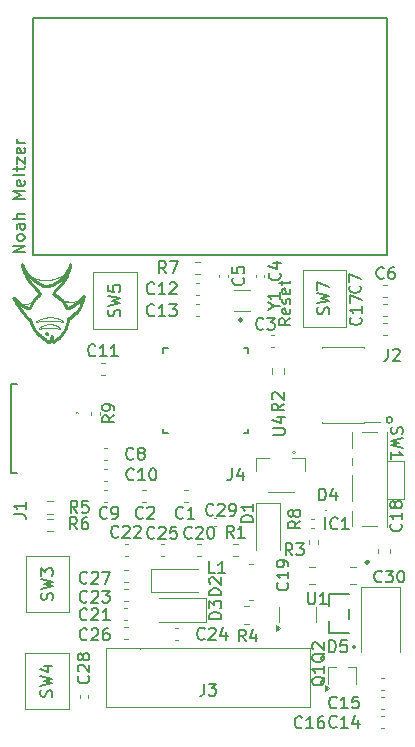
<source format=gbr>
%TF.GenerationSoftware,KiCad,Pcbnew,8.0.0*%
%TF.CreationDate,2024-03-03T14:06:41-06:00*%
%TF.ProjectId,Clock1,436c6f63-6b31-42e6-9b69-6361645f7063,4*%
%TF.SameCoordinates,Original*%
%TF.FileFunction,Legend,Top*%
%TF.FilePolarity,Positive*%
%FSLAX46Y46*%
G04 Gerber Fmt 4.6, Leading zero omitted, Abs format (unit mm)*
G04 Created by KiCad (PCBNEW 8.0.0) date 2024-03-03 14:06:41*
%MOMM*%
%LPD*%
G01*
G04 APERTURE LIST*
%ADD10C,0.124999*%
%ADD11C,0.125000*%
%ADD12C,0.160000*%
%ADD13C,0.241624*%
%ADD14C,0.153000*%
%ADD15C,0.152400*%
%ADD16C,0.120000*%
%ADD17C,0.100000*%
%ADD18C,0.127000*%
%ADD19C,0.200000*%
%ADD20C,0.250000*%
G04 APERTURE END LIST*
D10*
X134212597Y-97971743D02*
X134263216Y-97985913D01*
X138624406Y-97781426D02*
X138535840Y-97798573D01*
X137581547Y-95614319D02*
X137704219Y-95552979D01*
X138902737Y-97691727D02*
X138806891Y-97728031D01*
X134927242Y-97808527D02*
X135070735Y-97698288D01*
X138714435Y-97757921D02*
X138624406Y-97781426D01*
X134529663Y-98001944D02*
X134569107Y-97994520D01*
X139108454Y-97599768D02*
X139002937Y-97648982D01*
X137004997Y-95840997D02*
X137115630Y-95805830D01*
X135918021Y-95945268D02*
X136100005Y-95960326D01*
X133859441Y-97804045D02*
X133924855Y-97842589D01*
X134047416Y-97906513D02*
X134104830Y-97932193D01*
X136583777Y-95935341D02*
X136686024Y-95918403D01*
X135070735Y-97698288D02*
X135146812Y-97640301D01*
X136288298Y-95961671D02*
X136384983Y-95956825D01*
X137228532Y-95765729D02*
X137343772Y-95720544D01*
D11*
X136632116Y-99688922D02*
X136687248Y-99694240D01*
X136741678Y-99702007D01*
X136795229Y-99712013D01*
X136847726Y-99724047D01*
X136898995Y-99737899D01*
X136948860Y-99753360D01*
X136997146Y-99770218D01*
X137043679Y-99788266D01*
X137088283Y-99807292D01*
X137130783Y-99827086D01*
X137171003Y-99847438D01*
X137208770Y-99868139D01*
X137243907Y-99888978D01*
X137276241Y-99909746D01*
X137305595Y-99930231D01*
X137331794Y-99950226D01*
X137354664Y-99969518D01*
X137374030Y-99987899D01*
X137389716Y-100005158D01*
X137401547Y-100021085D01*
X137409348Y-100035471D01*
X137412945Y-100048105D01*
X137413111Y-100053700D01*
X137412161Y-100058778D01*
X137410073Y-100063313D01*
X137406823Y-100067278D01*
X137402391Y-100070649D01*
X137396755Y-100073397D01*
X137381781Y-100076925D01*
X137361727Y-100077650D01*
X137336418Y-100075364D01*
X137305679Y-100069856D01*
X137269334Y-100060916D01*
X137187890Y-100040906D01*
X137100936Y-100023752D01*
X137009307Y-100009412D01*
X136913834Y-99997848D01*
X136815350Y-99989018D01*
X136714689Y-99982883D01*
X136612684Y-99979403D01*
X136510166Y-99978537D01*
X136407970Y-99980246D01*
X136306927Y-99984488D01*
X136207872Y-99991225D01*
X136111636Y-100000416D01*
X136019053Y-100012021D01*
X135930955Y-100025999D01*
X135848176Y-100042311D01*
X135771548Y-100060916D01*
X135708978Y-100074260D01*
X135685483Y-100076413D01*
X135666967Y-100075801D01*
X135653270Y-100072607D01*
X135644232Y-100067017D01*
X135639694Y-100059217D01*
X135639495Y-100049389D01*
X135643476Y-100037721D01*
X135651475Y-100024396D01*
X135678892Y-99993518D01*
X135720465Y-99958232D01*
X135774915Y-99920020D01*
X135840961Y-99880360D01*
X135917323Y-99840731D01*
X136002721Y-99802614D01*
X136095874Y-99767487D01*
X136195503Y-99736830D01*
X136300327Y-99712121D01*
X136409067Y-99694842D01*
X136464504Y-99689450D01*
X136520441Y-99686470D01*
X136576455Y-99686262D01*
X136632116Y-99688922D01*
D10*
X134489023Y-98006733D02*
X134529663Y-98001944D01*
X134607490Y-97984614D02*
X134644946Y-97972375D01*
X137343772Y-95720544D02*
X137461421Y-95670124D01*
X138359242Y-97813902D02*
X138269283Y-97812140D01*
X138806891Y-97728031D02*
X138714435Y-97757921D01*
X136193328Y-95962788D02*
X136288298Y-95961671D01*
X134263216Y-97985913D02*
X134311838Y-97996548D01*
X136100005Y-95960326D02*
X136193328Y-95962788D01*
X138447773Y-97809389D02*
X138359242Y-97813902D01*
X135083342Y-95706406D02*
X135242092Y-95771974D01*
X138176932Y-97804130D02*
X138081227Y-97789900D01*
X134681607Y-97957953D02*
X134717608Y-97941500D01*
D12*
X135100000Y-73800000D02*
X165100000Y-73800000D01*
X165100000Y-93800000D01*
X135100000Y-93800000D01*
X135100000Y-73800000D01*
D10*
X139002937Y-97648982D02*
X138902737Y-97691727D01*
X134857686Y-97858373D02*
X134927242Y-97808527D01*
X137875897Y-97742890D02*
X137764346Y-97710165D01*
X136896565Y-95871381D02*
X137004997Y-95840997D01*
D12*
X165550000Y-107800000D02*
G75*
G02*
X165050000Y-107800000I-250000J0D01*
G01*
X165050000Y-107800000D02*
G75*
G02*
X165550000Y-107800000I250000J0D01*
G01*
D10*
X135570763Y-95878824D02*
X135741792Y-95917699D01*
X135242092Y-95771974D02*
X135404381Y-95829848D01*
X137518651Y-97626413D02*
X138359242Y-97813902D01*
X135404381Y-95829848D02*
X135570763Y-95878824D01*
X136384983Y-95956825D02*
X136483453Y-95948098D01*
X134311838Y-97996548D02*
X134358596Y-98003796D01*
X137981203Y-97769477D02*
X137875897Y-97742890D01*
X134403623Y-98007810D02*
X134447055Y-98008739D01*
X138269283Y-97812140D02*
X138176932Y-97804130D01*
X134774243Y-95557005D02*
X134927577Y-95634348D01*
X137461421Y-95670124D02*
X137581547Y-95614319D01*
X135741792Y-95917699D02*
X135918021Y-95945268D01*
X134644946Y-97972375D02*
X134681607Y-97957953D01*
X137704219Y-95552979D02*
X137829506Y-95485953D01*
X136483453Y-95948098D02*
X136583777Y-95935341D01*
X138081227Y-97789900D02*
X137981203Y-97769477D01*
X134159846Y-97953887D02*
X134212597Y-97971743D01*
X133924855Y-97842589D02*
X133987468Y-97876695D01*
D11*
X136294935Y-100380124D02*
X136300733Y-100380565D01*
X136306446Y-100381291D01*
X136312068Y-100382295D01*
X136317591Y-100383570D01*
X136323008Y-100385108D01*
X136328313Y-100386903D01*
X136333497Y-100388947D01*
X136338554Y-100391233D01*
X136343476Y-100393754D01*
X136348257Y-100396503D01*
X136352889Y-100399472D01*
X136357365Y-100402655D01*
X136361677Y-100406044D01*
X136365820Y-100409633D01*
X136369784Y-100413413D01*
X136373564Y-100417377D01*
X136377152Y-100421519D01*
X136380541Y-100425832D01*
X136383724Y-100430308D01*
X136386694Y-100434940D01*
X136389443Y-100439721D01*
X136391964Y-100444643D01*
X136394250Y-100449700D01*
X136396294Y-100454884D01*
X136398089Y-100460188D01*
X136399627Y-100465606D01*
X136400902Y-100471129D01*
X136401906Y-100476751D01*
X136402632Y-100482464D01*
X136403073Y-100488262D01*
X136403221Y-100494136D01*
X136403073Y-100500011D01*
X136402632Y-100505808D01*
X136401906Y-100511522D01*
X136400902Y-100517144D01*
X136399627Y-100522667D01*
X136398089Y-100528084D01*
X136396294Y-100533388D01*
X136394250Y-100538573D01*
X136391964Y-100543630D01*
X136389443Y-100548552D01*
X136386694Y-100553333D01*
X136383724Y-100557964D01*
X136380541Y-100562440D01*
X136377152Y-100566753D01*
X136373564Y-100570895D01*
X136369784Y-100574860D01*
X136365820Y-100578640D01*
X136361677Y-100582228D01*
X136357365Y-100585617D01*
X136352889Y-100588800D01*
X136348257Y-100591769D01*
X136343476Y-100594518D01*
X136338554Y-100597039D01*
X136333497Y-100599325D01*
X136328313Y-100601370D01*
X136323008Y-100603164D01*
X136317591Y-100604703D01*
X136312068Y-100605977D01*
X136306446Y-100606981D01*
X136300733Y-100607707D01*
X136294935Y-100608148D01*
X136289061Y-100608297D01*
X136283186Y-100608148D01*
X136277388Y-100607707D01*
X136271675Y-100606981D01*
X136266053Y-100605977D01*
X136260530Y-100604703D01*
X136255113Y-100603164D01*
X136249808Y-100601370D01*
X136244624Y-100599325D01*
X136239567Y-100597039D01*
X136234645Y-100594518D01*
X136229864Y-100591769D01*
X136225232Y-100588800D01*
X136220757Y-100585617D01*
X136216444Y-100582228D01*
X136212302Y-100578640D01*
X136208337Y-100574860D01*
X136204557Y-100570895D01*
X136200969Y-100566753D01*
X136197580Y-100562440D01*
X136194397Y-100557964D01*
X136191428Y-100553333D01*
X136188679Y-100548552D01*
X136186158Y-100543630D01*
X136183871Y-100538573D01*
X136181827Y-100533388D01*
X136180033Y-100528084D01*
X136178494Y-100522667D01*
X136177219Y-100517144D01*
X136176216Y-100511522D01*
X136175490Y-100505808D01*
X136175049Y-100500011D01*
X136174900Y-100494136D01*
X136175049Y-100488262D01*
X136175490Y-100482464D01*
X136176216Y-100476751D01*
X136177219Y-100471129D01*
X136178494Y-100465606D01*
X136180033Y-100460188D01*
X136181827Y-100454884D01*
X136183871Y-100449700D01*
X136186158Y-100444643D01*
X136188679Y-100439721D01*
X136191428Y-100434940D01*
X136194397Y-100430308D01*
X136197580Y-100425832D01*
X136200969Y-100421519D01*
X136204557Y-100417377D01*
X136208337Y-100413413D01*
X136212302Y-100409633D01*
X136216444Y-100406044D01*
X136220757Y-100402655D01*
X136225232Y-100399472D01*
X136229864Y-100396503D01*
X136234645Y-100393754D01*
X136239567Y-100391233D01*
X136244624Y-100388947D01*
X136249808Y-100386903D01*
X136255113Y-100385108D01*
X136260530Y-100383570D01*
X136266053Y-100382295D01*
X136271675Y-100381291D01*
X136277388Y-100380565D01*
X136283186Y-100380124D01*
X136289061Y-100379976D01*
X136294935Y-100380124D01*
G36*
X136294935Y-100380124D02*
G01*
X136300733Y-100380565D01*
X136306446Y-100381291D01*
X136312068Y-100382295D01*
X136317591Y-100383570D01*
X136323008Y-100385108D01*
X136328313Y-100386903D01*
X136333497Y-100388947D01*
X136338554Y-100391233D01*
X136343476Y-100393754D01*
X136348257Y-100396503D01*
X136352889Y-100399472D01*
X136357365Y-100402655D01*
X136361677Y-100406044D01*
X136365820Y-100409633D01*
X136369784Y-100413413D01*
X136373564Y-100417377D01*
X136377152Y-100421519D01*
X136380541Y-100425832D01*
X136383724Y-100430308D01*
X136386694Y-100434940D01*
X136389443Y-100439721D01*
X136391964Y-100444643D01*
X136394250Y-100449700D01*
X136396294Y-100454884D01*
X136398089Y-100460188D01*
X136399627Y-100465606D01*
X136400902Y-100471129D01*
X136401906Y-100476751D01*
X136402632Y-100482464D01*
X136403073Y-100488262D01*
X136403221Y-100494136D01*
X136403073Y-100500011D01*
X136402632Y-100505808D01*
X136401906Y-100511522D01*
X136400902Y-100517144D01*
X136399627Y-100522667D01*
X136398089Y-100528084D01*
X136396294Y-100533388D01*
X136394250Y-100538573D01*
X136391964Y-100543630D01*
X136389443Y-100548552D01*
X136386694Y-100553333D01*
X136383724Y-100557964D01*
X136380541Y-100562440D01*
X136377152Y-100566753D01*
X136373564Y-100570895D01*
X136369784Y-100574860D01*
X136365820Y-100578640D01*
X136361677Y-100582228D01*
X136357365Y-100585617D01*
X136352889Y-100588800D01*
X136348257Y-100591769D01*
X136343476Y-100594518D01*
X136338554Y-100597039D01*
X136333497Y-100599325D01*
X136328313Y-100601370D01*
X136323008Y-100603164D01*
X136317591Y-100604703D01*
X136312068Y-100605977D01*
X136306446Y-100606981D01*
X136300733Y-100607707D01*
X136294935Y-100608148D01*
X136289061Y-100608297D01*
X136283186Y-100608148D01*
X136277388Y-100607707D01*
X136271675Y-100606981D01*
X136266053Y-100605977D01*
X136260530Y-100604703D01*
X136255113Y-100603164D01*
X136249808Y-100601370D01*
X136244624Y-100599325D01*
X136239567Y-100597039D01*
X136234645Y-100594518D01*
X136229864Y-100591769D01*
X136225232Y-100588800D01*
X136220757Y-100585617D01*
X136216444Y-100582228D01*
X136212302Y-100578640D01*
X136208337Y-100574860D01*
X136204557Y-100570895D01*
X136200969Y-100566753D01*
X136197580Y-100562440D01*
X136194397Y-100557964D01*
X136191428Y-100553333D01*
X136188679Y-100548552D01*
X136186158Y-100543630D01*
X136183871Y-100538573D01*
X136181827Y-100533388D01*
X136180033Y-100528084D01*
X136178494Y-100522667D01*
X136177219Y-100517144D01*
X136176216Y-100511522D01*
X136175490Y-100505808D01*
X136175049Y-100500011D01*
X136174900Y-100494136D01*
X136175049Y-100488262D01*
X136175490Y-100482464D01*
X136176216Y-100476751D01*
X136177219Y-100471129D01*
X136178494Y-100465606D01*
X136180033Y-100460188D01*
X136181827Y-100454884D01*
X136183871Y-100449700D01*
X136186158Y-100444643D01*
X136188679Y-100439721D01*
X136191428Y-100434940D01*
X136194397Y-100430308D01*
X136197580Y-100425832D01*
X136200969Y-100421519D01*
X136204557Y-100417377D01*
X136208337Y-100413413D01*
X136212302Y-100409633D01*
X136216444Y-100406044D01*
X136220757Y-100402655D01*
X136225232Y-100399472D01*
X136229864Y-100396503D01*
X136234645Y-100393754D01*
X136239567Y-100391233D01*
X136244624Y-100388947D01*
X136249808Y-100386903D01*
X136255113Y-100385108D01*
X136260530Y-100383570D01*
X136266053Y-100382295D01*
X136271675Y-100381291D01*
X136277388Y-100380565D01*
X136283186Y-100380124D01*
X136289061Y-100379976D01*
X136294935Y-100380124D01*
G37*
D10*
X135146812Y-97640301D02*
X135227204Y-97582006D01*
D13*
X134276776Y-94800324D02*
X134381366Y-94992541D01*
X134494956Y-95175576D01*
X134616300Y-95348872D01*
X134744151Y-95511877D01*
X134877265Y-95664035D01*
X135014393Y-95804793D01*
X135154291Y-95933597D01*
X135295712Y-96049891D01*
X135437410Y-96153122D01*
X135578138Y-96242736D01*
X135716651Y-96318178D01*
X135851702Y-96378894D01*
X135982045Y-96424330D01*
X136106434Y-96453931D01*
X136166007Y-96462621D01*
X136223623Y-96467144D01*
X136281473Y-96467656D01*
X136341719Y-96464361D01*
X136404165Y-96457262D01*
X136468613Y-96446361D01*
X136602730Y-96413166D01*
X136742497Y-96364796D01*
X136886341Y-96301274D01*
X137032689Y-96222620D01*
X137179965Y-96128857D01*
X137326598Y-96020005D01*
X137399181Y-95959929D01*
X137471013Y-95896088D01*
X137541897Y-95828486D01*
X137611637Y-95757125D01*
X137680035Y-95682008D01*
X137746896Y-95603139D01*
X137812022Y-95520519D01*
X137875216Y-95434151D01*
X137936283Y-95344038D01*
X137995025Y-95250182D01*
X138051246Y-95152587D01*
X138104749Y-95051255D01*
X138155337Y-94946189D01*
X138202813Y-94837391D01*
X138246981Y-94724864D01*
X138287645Y-94608610D01*
X138265048Y-94747953D01*
X138237924Y-94881744D01*
X138206579Y-95010147D01*
X138171319Y-95133321D01*
X138132450Y-95251426D01*
X138090277Y-95364623D01*
X138045106Y-95473073D01*
X137997243Y-95576936D01*
X137894661Y-95771544D01*
X137784978Y-95949732D01*
X137670639Y-96112783D01*
X137554088Y-96261981D01*
X137437772Y-96398612D01*
X137324135Y-96523960D01*
X137114682Y-96745941D01*
X137023756Y-96845143D01*
X136945290Y-96938199D01*
X136881731Y-97026393D01*
X136835523Y-97111009D01*
X136930032Y-97169591D01*
X137019203Y-97227771D01*
X137103189Y-97285452D01*
X137182144Y-97342540D01*
X137325573Y-97454552D01*
X137450716Y-97563043D01*
X137558800Y-97667247D01*
X137651050Y-97766401D01*
X137728695Y-97859740D01*
X137792959Y-97946500D01*
X137845069Y-98025915D01*
X137886252Y-98097222D01*
X137917735Y-98159656D01*
X137940743Y-98212453D01*
X137966243Y-98286077D01*
X137972562Y-98311977D01*
X138002940Y-98309677D01*
X138039687Y-98304545D01*
X138089719Y-98294754D01*
X138152220Y-98278799D01*
X138226373Y-98255175D01*
X138267564Y-98240017D01*
X138311362Y-98222379D01*
X138357666Y-98202071D01*
X138406372Y-98178906D01*
X138457379Y-98152696D01*
X138510586Y-98123253D01*
X138565889Y-98090388D01*
X138623188Y-98053915D01*
X138682379Y-98013644D01*
X138743362Y-97969387D01*
X138806033Y-97920958D01*
X138870292Y-97868167D01*
X138936035Y-97810826D01*
X139003162Y-97748748D01*
X139071569Y-97681745D01*
X139141156Y-97609628D01*
X139211819Y-97532210D01*
X139283457Y-97449303D01*
X139355968Y-97360718D01*
X139429250Y-97266267D01*
X139423478Y-97322618D01*
X139413923Y-97388862D01*
X139397841Y-97476758D01*
X139373672Y-97583508D01*
X139339855Y-97706316D01*
X139294831Y-97842386D01*
X139237039Y-97988923D01*
X139202868Y-98065242D01*
X139164919Y-98143128D01*
X139122998Y-98222233D01*
X139076910Y-98302207D01*
X139026460Y-98382701D01*
X138971452Y-98463363D01*
X138911693Y-98543847D01*
X138846986Y-98623800D01*
X138777136Y-98702875D01*
X138701949Y-98780722D01*
X138621230Y-98856990D01*
X138534783Y-98931331D01*
X138442414Y-99003395D01*
X138343927Y-99072832D01*
X138239127Y-99139294D01*
X138127820Y-99202430D01*
X138118388Y-99290788D01*
X138101057Y-99391713D01*
X138075973Y-99503111D01*
X138043278Y-99622887D01*
X138003115Y-99748947D01*
X137955629Y-99879197D01*
X137900962Y-100011543D01*
X137839258Y-100143889D01*
X137770661Y-100274142D01*
X137695313Y-100400207D01*
X137613359Y-100519990D01*
X137524942Y-100631396D01*
X137478354Y-100683303D01*
X137430204Y-100732331D01*
X137380511Y-100778218D01*
X137329291Y-100820702D01*
X137276563Y-100859520D01*
X137222344Y-100894412D01*
X137166654Y-100925115D01*
X137109509Y-100951368D01*
X137101946Y-100961163D01*
X137081092Y-100986784D01*
X137066541Y-101003767D01*
X137049698Y-101022589D01*
X137030910Y-101042547D01*
X137010518Y-101062935D01*
X136988867Y-101083047D01*
X136966301Y-101102178D01*
X136954783Y-101111155D01*
X136943165Y-101119622D01*
X136931490Y-101127491D01*
X136919801Y-101134674D01*
X136908142Y-101141083D01*
X136896555Y-101146630D01*
X136885083Y-101151225D01*
X136873769Y-101154782D01*
X136862657Y-101157212D01*
X136851788Y-101158426D01*
X136841207Y-101158338D01*
X136830957Y-101156857D01*
X136821191Y-101153334D01*
X136812023Y-101147288D01*
X136803433Y-101138894D01*
X136795404Y-101128323D01*
X136787917Y-101115749D01*
X136780951Y-101101345D01*
X136768512Y-101067734D01*
X136757936Y-101028872D01*
X136749071Y-100986141D01*
X136741768Y-100940923D01*
X136735875Y-100894599D01*
X136727714Y-100804159D01*
X136723380Y-100725875D01*
X136721363Y-100649985D01*
X136703879Y-100731810D01*
X136683764Y-100816250D01*
X136657614Y-100913850D01*
X136642639Y-100963868D01*
X136626590Y-101012715D01*
X136609613Y-101058904D01*
X136591852Y-101100950D01*
X136573452Y-101137365D01*
X136564059Y-101152996D01*
X136554560Y-101166662D01*
X136544973Y-101178176D01*
X136535318Y-101187354D01*
X136525612Y-101194009D01*
X136515874Y-101197955D01*
X136505677Y-101199795D01*
X136494611Y-101200290D01*
X136482721Y-101199496D01*
X136470049Y-101197468D01*
X136456639Y-101194263D01*
X136442532Y-101189934D01*
X136412404Y-101178130D01*
X136380009Y-101162499D01*
X136345691Y-101143483D01*
X136309794Y-101121526D01*
X136272663Y-101097070D01*
X136234641Y-101070558D01*
X136196074Y-101042433D01*
X136118676Y-100983115D01*
X136043224Y-100922659D01*
X135972470Y-100864606D01*
X135906000Y-100808694D01*
X135840886Y-100751690D01*
X135776113Y-100692684D01*
X135710665Y-100630764D01*
X135643526Y-100565022D01*
X135573682Y-100494546D01*
X135500116Y-100418426D01*
X135421813Y-100335753D01*
X135380946Y-100291104D01*
X135339604Y-100243520D01*
X135298162Y-100193162D01*
X135256991Y-100140194D01*
X135216464Y-100084776D01*
X135176955Y-100027073D01*
X135138837Y-99967245D01*
X135102483Y-99905455D01*
X135068266Y-99841865D01*
X135036558Y-99776637D01*
X135007733Y-99709935D01*
X134982165Y-99641919D01*
X134960225Y-99572753D01*
X134942287Y-99502598D01*
X134928725Y-99431616D01*
X134923701Y-99395866D01*
X134919910Y-99359971D01*
X134848531Y-99307909D01*
X134777775Y-99251317D01*
X134638563Y-99126161D01*
X134503136Y-98987748D01*
X134372355Y-98839322D01*
X134247083Y-98684127D01*
X134128182Y-98525408D01*
X134016514Y-98366407D01*
X133912940Y-98210370D01*
X133733525Y-97920163D01*
X133596833Y-97680739D01*
X133479204Y-97458057D01*
X133515140Y-97495056D01*
X133614929Y-97592944D01*
X133685010Y-97658575D01*
X133766545Y-97732054D01*
X133858030Y-97810922D01*
X133957961Y-97892721D01*
X134064836Y-97974992D01*
X134177151Y-98055279D01*
X134293402Y-98131121D01*
X134352535Y-98166608D01*
X134412088Y-98200062D01*
X134471873Y-98231176D01*
X134531703Y-98259643D01*
X134591389Y-98285155D01*
X134650745Y-98307405D01*
X134709581Y-98326086D01*
X134767710Y-98340891D01*
X134824944Y-98351512D01*
X134881095Y-98357642D01*
X134911672Y-98244350D01*
X134945513Y-98138643D01*
X134982539Y-98039971D01*
X135022667Y-97947785D01*
X135065816Y-97861536D01*
X135111907Y-97780675D01*
X135160858Y-97704652D01*
X135212587Y-97632918D01*
X135267015Y-97564924D01*
X135324059Y-97500120D01*
X135383640Y-97437958D01*
X135445676Y-97377887D01*
X135510086Y-97319360D01*
X135576789Y-97261825D01*
X135716750Y-97147540D01*
X135710108Y-97103486D01*
X135697246Y-97059851D01*
X135678519Y-97016364D01*
X135654282Y-96972754D01*
X135624891Y-96928748D01*
X135590703Y-96884075D01*
X135509353Y-96791646D01*
X135413077Y-96693293D01*
X135304720Y-96586846D01*
X135187125Y-96470133D01*
X135063138Y-96340983D01*
X134935602Y-96197224D01*
X134871392Y-96119188D01*
X134807362Y-96036685D01*
X134743867Y-95949445D01*
X134681263Y-95857195D01*
X134619905Y-95759665D01*
X134560149Y-95656583D01*
X134502351Y-95547677D01*
X134446865Y-95432676D01*
X134394048Y-95311309D01*
X134344254Y-95183304D01*
X134297841Y-95048389D01*
X134255162Y-94906295D01*
X134216574Y-94756748D01*
X134182433Y-94599477D01*
X134276776Y-94800324D01*
D10*
X138535840Y-97798573D02*
X138447773Y-97809389D01*
X136790263Y-95897133D02*
X136896565Y-95871381D01*
X137645585Y-97671330D02*
X137518651Y-97626413D01*
X137764346Y-97710165D02*
X137645585Y-97671330D01*
X134927577Y-95634348D02*
X135083342Y-95706406D01*
D11*
X136683600Y-99109188D02*
X136755194Y-99114506D01*
X136825874Y-99122273D01*
X136895414Y-99132279D01*
X136963585Y-99144312D01*
X137030162Y-99158165D01*
X137094915Y-99173625D01*
X137157619Y-99190484D01*
X137218045Y-99208531D01*
X137275966Y-99227557D01*
X137331155Y-99247351D01*
X137383385Y-99267704D01*
X137432427Y-99288405D01*
X137478056Y-99309244D01*
X137520043Y-99330011D01*
X137558161Y-99350497D01*
X137592183Y-99370491D01*
X137621882Y-99389784D01*
X137647029Y-99408164D01*
X137667398Y-99425424D01*
X137682762Y-99441351D01*
X137692893Y-99455737D01*
X137697563Y-99468371D01*
X137697780Y-99473965D01*
X137696546Y-99479043D01*
X137693833Y-99483578D01*
X137689614Y-99487544D01*
X137676539Y-99493663D01*
X137657095Y-99497190D01*
X137631053Y-99497916D01*
X137598188Y-99495630D01*
X137558270Y-99490122D01*
X137511074Y-99481182D01*
X137405313Y-99461172D01*
X137292397Y-99444017D01*
X137173410Y-99429678D01*
X137049431Y-99418113D01*
X136921543Y-99409284D01*
X136790827Y-99403149D01*
X136525239Y-99398803D01*
X136261319Y-99404754D01*
X136007718Y-99420682D01*
X135887492Y-99432287D01*
X135773091Y-99446265D01*
X135665596Y-99462577D01*
X135566089Y-99481182D01*
X135484838Y-99494526D01*
X135430283Y-99496066D01*
X135412497Y-99492873D01*
X135400761Y-99487283D01*
X135394868Y-99479482D01*
X135394609Y-99469655D01*
X135399778Y-99457987D01*
X135410166Y-99444662D01*
X135445769Y-99413783D01*
X135499755Y-99378498D01*
X135570462Y-99340286D01*
X135656227Y-99300626D01*
X135755389Y-99260997D01*
X135866284Y-99222880D01*
X135987251Y-99187753D01*
X136116627Y-99157095D01*
X136252748Y-99132387D01*
X136393954Y-99115107D01*
X136538582Y-99106736D01*
X136611320Y-99106527D01*
X136683600Y-99109188D01*
D10*
X134358596Y-98003796D02*
X134403623Y-98007810D01*
X133987468Y-97876695D02*
X134047416Y-97906513D01*
X136686024Y-95918403D02*
X136790263Y-95897133D01*
X134104830Y-97932193D02*
X134159846Y-97953887D01*
X134717608Y-97941500D02*
X134788165Y-97903098D01*
X134447055Y-98008739D02*
X134489023Y-98006733D01*
X134569107Y-97994520D02*
X134607490Y-97984614D01*
X134788165Y-97903098D02*
X134857686Y-97858373D01*
X137115630Y-95805830D02*
X137228532Y-95765729D01*
X137829506Y-95485953D02*
X137115630Y-95805830D01*
D14*
X156919663Y-99189819D02*
X156443472Y-99523152D01*
X156919663Y-99761247D02*
X155919663Y-99761247D01*
X155919663Y-99761247D02*
X155919663Y-99380295D01*
X155919663Y-99380295D02*
X155967282Y-99285057D01*
X155967282Y-99285057D02*
X156014901Y-99237438D01*
X156014901Y-99237438D02*
X156110139Y-99189819D01*
X156110139Y-99189819D02*
X156252996Y-99189819D01*
X156252996Y-99189819D02*
X156348234Y-99237438D01*
X156348234Y-99237438D02*
X156395853Y-99285057D01*
X156395853Y-99285057D02*
X156443472Y-99380295D01*
X156443472Y-99380295D02*
X156443472Y-99761247D01*
X156872044Y-98380295D02*
X156919663Y-98475533D01*
X156919663Y-98475533D02*
X156919663Y-98666009D01*
X156919663Y-98666009D02*
X156872044Y-98761247D01*
X156872044Y-98761247D02*
X156776805Y-98808866D01*
X156776805Y-98808866D02*
X156395853Y-98808866D01*
X156395853Y-98808866D02*
X156300615Y-98761247D01*
X156300615Y-98761247D02*
X156252996Y-98666009D01*
X156252996Y-98666009D02*
X156252996Y-98475533D01*
X156252996Y-98475533D02*
X156300615Y-98380295D01*
X156300615Y-98380295D02*
X156395853Y-98332676D01*
X156395853Y-98332676D02*
X156491091Y-98332676D01*
X156491091Y-98332676D02*
X156586329Y-98808866D01*
X156872044Y-97951723D02*
X156919663Y-97856485D01*
X156919663Y-97856485D02*
X156919663Y-97666009D01*
X156919663Y-97666009D02*
X156872044Y-97570771D01*
X156872044Y-97570771D02*
X156776805Y-97523152D01*
X156776805Y-97523152D02*
X156729186Y-97523152D01*
X156729186Y-97523152D02*
X156633948Y-97570771D01*
X156633948Y-97570771D02*
X156586329Y-97666009D01*
X156586329Y-97666009D02*
X156586329Y-97808866D01*
X156586329Y-97808866D02*
X156538710Y-97904104D01*
X156538710Y-97904104D02*
X156443472Y-97951723D01*
X156443472Y-97951723D02*
X156395853Y-97951723D01*
X156395853Y-97951723D02*
X156300615Y-97904104D01*
X156300615Y-97904104D02*
X156252996Y-97808866D01*
X156252996Y-97808866D02*
X156252996Y-97666009D01*
X156252996Y-97666009D02*
X156300615Y-97570771D01*
X156872044Y-96713628D02*
X156919663Y-96808866D01*
X156919663Y-96808866D02*
X156919663Y-96999342D01*
X156919663Y-96999342D02*
X156872044Y-97094580D01*
X156872044Y-97094580D02*
X156776805Y-97142199D01*
X156776805Y-97142199D02*
X156395853Y-97142199D01*
X156395853Y-97142199D02*
X156300615Y-97094580D01*
X156300615Y-97094580D02*
X156252996Y-96999342D01*
X156252996Y-96999342D02*
X156252996Y-96808866D01*
X156252996Y-96808866D02*
X156300615Y-96713628D01*
X156300615Y-96713628D02*
X156395853Y-96666009D01*
X156395853Y-96666009D02*
X156491091Y-96666009D01*
X156491091Y-96666009D02*
X156586329Y-97142199D01*
X156252996Y-96380294D02*
X156252996Y-95999342D01*
X155919663Y-96237437D02*
X156776805Y-96237437D01*
X156776805Y-96237437D02*
X156872044Y-96189818D01*
X156872044Y-96189818D02*
X156919663Y-96094580D01*
X156919663Y-96094580D02*
X156919663Y-95999342D01*
X134419663Y-93611247D02*
X133419663Y-93611247D01*
X133419663Y-93611247D02*
X134419663Y-93039819D01*
X134419663Y-93039819D02*
X133419663Y-93039819D01*
X134419663Y-92420771D02*
X134372044Y-92516009D01*
X134372044Y-92516009D02*
X134324424Y-92563628D01*
X134324424Y-92563628D02*
X134229186Y-92611247D01*
X134229186Y-92611247D02*
X133943472Y-92611247D01*
X133943472Y-92611247D02*
X133848234Y-92563628D01*
X133848234Y-92563628D02*
X133800615Y-92516009D01*
X133800615Y-92516009D02*
X133752996Y-92420771D01*
X133752996Y-92420771D02*
X133752996Y-92277914D01*
X133752996Y-92277914D02*
X133800615Y-92182676D01*
X133800615Y-92182676D02*
X133848234Y-92135057D01*
X133848234Y-92135057D02*
X133943472Y-92087438D01*
X133943472Y-92087438D02*
X134229186Y-92087438D01*
X134229186Y-92087438D02*
X134324424Y-92135057D01*
X134324424Y-92135057D02*
X134372044Y-92182676D01*
X134372044Y-92182676D02*
X134419663Y-92277914D01*
X134419663Y-92277914D02*
X134419663Y-92420771D01*
X134419663Y-91230295D02*
X133895853Y-91230295D01*
X133895853Y-91230295D02*
X133800615Y-91277914D01*
X133800615Y-91277914D02*
X133752996Y-91373152D01*
X133752996Y-91373152D02*
X133752996Y-91563628D01*
X133752996Y-91563628D02*
X133800615Y-91658866D01*
X134372044Y-91230295D02*
X134419663Y-91325533D01*
X134419663Y-91325533D02*
X134419663Y-91563628D01*
X134419663Y-91563628D02*
X134372044Y-91658866D01*
X134372044Y-91658866D02*
X134276805Y-91706485D01*
X134276805Y-91706485D02*
X134181567Y-91706485D01*
X134181567Y-91706485D02*
X134086329Y-91658866D01*
X134086329Y-91658866D02*
X134038710Y-91563628D01*
X134038710Y-91563628D02*
X134038710Y-91325533D01*
X134038710Y-91325533D02*
X133991091Y-91230295D01*
X134419663Y-90754104D02*
X133419663Y-90754104D01*
X134419663Y-90325533D02*
X133895853Y-90325533D01*
X133895853Y-90325533D02*
X133800615Y-90373152D01*
X133800615Y-90373152D02*
X133752996Y-90468390D01*
X133752996Y-90468390D02*
X133752996Y-90611247D01*
X133752996Y-90611247D02*
X133800615Y-90706485D01*
X133800615Y-90706485D02*
X133848234Y-90754104D01*
X134419663Y-89087437D02*
X133419663Y-89087437D01*
X133419663Y-89087437D02*
X134133948Y-88754104D01*
X134133948Y-88754104D02*
X133419663Y-88420771D01*
X133419663Y-88420771D02*
X134419663Y-88420771D01*
X134372044Y-87563628D02*
X134419663Y-87658866D01*
X134419663Y-87658866D02*
X134419663Y-87849342D01*
X134419663Y-87849342D02*
X134372044Y-87944580D01*
X134372044Y-87944580D02*
X134276805Y-87992199D01*
X134276805Y-87992199D02*
X133895853Y-87992199D01*
X133895853Y-87992199D02*
X133800615Y-87944580D01*
X133800615Y-87944580D02*
X133752996Y-87849342D01*
X133752996Y-87849342D02*
X133752996Y-87658866D01*
X133752996Y-87658866D02*
X133800615Y-87563628D01*
X133800615Y-87563628D02*
X133895853Y-87516009D01*
X133895853Y-87516009D02*
X133991091Y-87516009D01*
X133991091Y-87516009D02*
X134086329Y-87992199D01*
X134419663Y-86944580D02*
X134372044Y-87039818D01*
X134372044Y-87039818D02*
X134276805Y-87087437D01*
X134276805Y-87087437D02*
X133419663Y-87087437D01*
X133752996Y-86706484D02*
X133752996Y-86325532D01*
X133419663Y-86563627D02*
X134276805Y-86563627D01*
X134276805Y-86563627D02*
X134372044Y-86516008D01*
X134372044Y-86516008D02*
X134419663Y-86420770D01*
X134419663Y-86420770D02*
X134419663Y-86325532D01*
X133752996Y-86087436D02*
X133752996Y-85563627D01*
X133752996Y-85563627D02*
X134419663Y-86087436D01*
X134419663Y-86087436D02*
X134419663Y-85563627D01*
X134372044Y-84801722D02*
X134419663Y-84896960D01*
X134419663Y-84896960D02*
X134419663Y-85087436D01*
X134419663Y-85087436D02*
X134372044Y-85182674D01*
X134372044Y-85182674D02*
X134276805Y-85230293D01*
X134276805Y-85230293D02*
X133895853Y-85230293D01*
X133895853Y-85230293D02*
X133800615Y-85182674D01*
X133800615Y-85182674D02*
X133752996Y-85087436D01*
X133752996Y-85087436D02*
X133752996Y-84896960D01*
X133752996Y-84896960D02*
X133800615Y-84801722D01*
X133800615Y-84801722D02*
X133895853Y-84754103D01*
X133895853Y-84754103D02*
X133991091Y-84754103D01*
X133991091Y-84754103D02*
X134086329Y-85230293D01*
X134419663Y-84325531D02*
X133752996Y-84325531D01*
X133943472Y-84325531D02*
X133848234Y-84277912D01*
X133848234Y-84277912D02*
X133800615Y-84230293D01*
X133800615Y-84230293D02*
X133752996Y-84135055D01*
X133752996Y-84135055D02*
X133752996Y-84039817D01*
X158438095Y-122404663D02*
X158438095Y-123214186D01*
X158438095Y-123214186D02*
X158485714Y-123309424D01*
X158485714Y-123309424D02*
X158533333Y-123357044D01*
X158533333Y-123357044D02*
X158628571Y-123404663D01*
X158628571Y-123404663D02*
X158819047Y-123404663D01*
X158819047Y-123404663D02*
X158914285Y-123357044D01*
X158914285Y-123357044D02*
X158961904Y-123309424D01*
X158961904Y-123309424D02*
X159009523Y-123214186D01*
X159009523Y-123214186D02*
X159009523Y-122404663D01*
X160009523Y-123404663D02*
X159438095Y-123404663D01*
X159723809Y-123404663D02*
X159723809Y-122404663D01*
X159723809Y-122404663D02*
X159628571Y-122547520D01*
X159628571Y-122547520D02*
X159533333Y-122642758D01*
X159533333Y-122642758D02*
X159438095Y-122690377D01*
X142004663Y-107416666D02*
X141528472Y-107749999D01*
X142004663Y-107988094D02*
X141004663Y-107988094D01*
X141004663Y-107988094D02*
X141004663Y-107607142D01*
X141004663Y-107607142D02*
X141052282Y-107511904D01*
X141052282Y-107511904D02*
X141099901Y-107464285D01*
X141099901Y-107464285D02*
X141195139Y-107416666D01*
X141195139Y-107416666D02*
X141337996Y-107416666D01*
X141337996Y-107416666D02*
X141433234Y-107464285D01*
X141433234Y-107464285D02*
X141480853Y-107511904D01*
X141480853Y-107511904D02*
X141528472Y-107607142D01*
X141528472Y-107607142D02*
X141528472Y-107988094D01*
X142004663Y-106940475D02*
X142004663Y-106749999D01*
X142004663Y-106749999D02*
X141957044Y-106654761D01*
X141957044Y-106654761D02*
X141909424Y-106607142D01*
X141909424Y-106607142D02*
X141766567Y-106511904D01*
X141766567Y-106511904D02*
X141576091Y-106464285D01*
X141576091Y-106464285D02*
X141195139Y-106464285D01*
X141195139Y-106464285D02*
X141099901Y-106511904D01*
X141099901Y-106511904D02*
X141052282Y-106559523D01*
X141052282Y-106559523D02*
X141004663Y-106654761D01*
X141004663Y-106654761D02*
X141004663Y-106845237D01*
X141004663Y-106845237D02*
X141052282Y-106940475D01*
X141052282Y-106940475D02*
X141099901Y-106988094D01*
X141099901Y-106988094D02*
X141195139Y-107035713D01*
X141195139Y-107035713D02*
X141433234Y-107035713D01*
X141433234Y-107035713D02*
X141528472Y-106988094D01*
X141528472Y-106988094D02*
X141576091Y-106940475D01*
X141576091Y-106940475D02*
X141623710Y-106845237D01*
X141623710Y-106845237D02*
X141623710Y-106654761D01*
X141623710Y-106654761D02*
X141576091Y-106559523D01*
X141576091Y-106559523D02*
X141528472Y-106511904D01*
X141528472Y-106511904D02*
X141433234Y-106464285D01*
X138858333Y-117054663D02*
X138525000Y-116578472D01*
X138286905Y-117054663D02*
X138286905Y-116054663D01*
X138286905Y-116054663D02*
X138667857Y-116054663D01*
X138667857Y-116054663D02*
X138763095Y-116102282D01*
X138763095Y-116102282D02*
X138810714Y-116149901D01*
X138810714Y-116149901D02*
X138858333Y-116245139D01*
X138858333Y-116245139D02*
X138858333Y-116387996D01*
X138858333Y-116387996D02*
X138810714Y-116483234D01*
X138810714Y-116483234D02*
X138763095Y-116530853D01*
X138763095Y-116530853D02*
X138667857Y-116578472D01*
X138667857Y-116578472D02*
X138286905Y-116578472D01*
X139715476Y-116054663D02*
X139525000Y-116054663D01*
X139525000Y-116054663D02*
X139429762Y-116102282D01*
X139429762Y-116102282D02*
X139382143Y-116149901D01*
X139382143Y-116149901D02*
X139286905Y-116292758D01*
X139286905Y-116292758D02*
X139239286Y-116483234D01*
X139239286Y-116483234D02*
X139239286Y-116864186D01*
X139239286Y-116864186D02*
X139286905Y-116959424D01*
X139286905Y-116959424D02*
X139334524Y-117007044D01*
X139334524Y-117007044D02*
X139429762Y-117054663D01*
X139429762Y-117054663D02*
X139620238Y-117054663D01*
X139620238Y-117054663D02*
X139715476Y-117007044D01*
X139715476Y-117007044D02*
X139763095Y-116959424D01*
X139763095Y-116959424D02*
X139810714Y-116864186D01*
X139810714Y-116864186D02*
X139810714Y-116626091D01*
X139810714Y-116626091D02*
X139763095Y-116530853D01*
X139763095Y-116530853D02*
X139715476Y-116483234D01*
X139715476Y-116483234D02*
X139620238Y-116435615D01*
X139620238Y-116435615D02*
X139429762Y-116435615D01*
X139429762Y-116435615D02*
X139334524Y-116483234D01*
X139334524Y-116483234D02*
X139286905Y-116530853D01*
X139286905Y-116530853D02*
X139239286Y-116626091D01*
X165492956Y-108416667D02*
X165445336Y-108559524D01*
X165445336Y-108559524D02*
X165445336Y-108797619D01*
X165445336Y-108797619D02*
X165492956Y-108892857D01*
X165492956Y-108892857D02*
X165540575Y-108940476D01*
X165540575Y-108940476D02*
X165635813Y-108988095D01*
X165635813Y-108988095D02*
X165731051Y-108988095D01*
X165731051Y-108988095D02*
X165826289Y-108940476D01*
X165826289Y-108940476D02*
X165873908Y-108892857D01*
X165873908Y-108892857D02*
X165921527Y-108797619D01*
X165921527Y-108797619D02*
X165969146Y-108607143D01*
X165969146Y-108607143D02*
X166016765Y-108511905D01*
X166016765Y-108511905D02*
X166064384Y-108464286D01*
X166064384Y-108464286D02*
X166159622Y-108416667D01*
X166159622Y-108416667D02*
X166254860Y-108416667D01*
X166254860Y-108416667D02*
X166350098Y-108464286D01*
X166350098Y-108464286D02*
X166397717Y-108511905D01*
X166397717Y-108511905D02*
X166445336Y-108607143D01*
X166445336Y-108607143D02*
X166445336Y-108845238D01*
X166445336Y-108845238D02*
X166397717Y-108988095D01*
X166445336Y-109321429D02*
X165445336Y-109559524D01*
X165445336Y-109559524D02*
X166159622Y-109750000D01*
X166159622Y-109750000D02*
X165445336Y-109940476D01*
X165445336Y-109940476D02*
X166445336Y-110178572D01*
X165445336Y-111083333D02*
X165445336Y-110511905D01*
X165445336Y-110797619D02*
X166445336Y-110797619D01*
X166445336Y-110797619D02*
X166302479Y-110702381D01*
X166302479Y-110702381D02*
X166207241Y-110607143D01*
X166207241Y-110607143D02*
X166159622Y-110511905D01*
X165191666Y-101784663D02*
X165191666Y-102498948D01*
X165191666Y-102498948D02*
X165144047Y-102641805D01*
X165144047Y-102641805D02*
X165048809Y-102737044D01*
X165048809Y-102737044D02*
X164905952Y-102784663D01*
X164905952Y-102784663D02*
X164810714Y-102784663D01*
X165620238Y-101879901D02*
X165667857Y-101832282D01*
X165667857Y-101832282D02*
X165763095Y-101784663D01*
X165763095Y-101784663D02*
X166001190Y-101784663D01*
X166001190Y-101784663D02*
X166096428Y-101832282D01*
X166096428Y-101832282D02*
X166144047Y-101879901D01*
X166144047Y-101879901D02*
X166191666Y-101975139D01*
X166191666Y-101975139D02*
X166191666Y-102070377D01*
X166191666Y-102070377D02*
X166144047Y-102213234D01*
X166144047Y-102213234D02*
X165572619Y-102784663D01*
X165572619Y-102784663D02*
X166191666Y-102784663D01*
X145382142Y-97059424D02*
X145334523Y-97107044D01*
X145334523Y-97107044D02*
X145191666Y-97154663D01*
X145191666Y-97154663D02*
X145096428Y-97154663D01*
X145096428Y-97154663D02*
X144953571Y-97107044D01*
X144953571Y-97107044D02*
X144858333Y-97011805D01*
X144858333Y-97011805D02*
X144810714Y-96916567D01*
X144810714Y-96916567D02*
X144763095Y-96726091D01*
X144763095Y-96726091D02*
X144763095Y-96583234D01*
X144763095Y-96583234D02*
X144810714Y-96392758D01*
X144810714Y-96392758D02*
X144858333Y-96297520D01*
X144858333Y-96297520D02*
X144953571Y-96202282D01*
X144953571Y-96202282D02*
X145096428Y-96154663D01*
X145096428Y-96154663D02*
X145191666Y-96154663D01*
X145191666Y-96154663D02*
X145334523Y-96202282D01*
X145334523Y-96202282D02*
X145382142Y-96249901D01*
X146334523Y-97154663D02*
X145763095Y-97154663D01*
X146048809Y-97154663D02*
X146048809Y-96154663D01*
X146048809Y-96154663D02*
X145953571Y-96297520D01*
X145953571Y-96297520D02*
X145858333Y-96392758D01*
X145858333Y-96392758D02*
X145763095Y-96440377D01*
X146715476Y-96249901D02*
X146763095Y-96202282D01*
X146763095Y-96202282D02*
X146858333Y-96154663D01*
X146858333Y-96154663D02*
X147096428Y-96154663D01*
X147096428Y-96154663D02*
X147191666Y-96202282D01*
X147191666Y-96202282D02*
X147239285Y-96249901D01*
X147239285Y-96249901D02*
X147286904Y-96345139D01*
X147286904Y-96345139D02*
X147286904Y-96440377D01*
X147286904Y-96440377D02*
X147239285Y-96583234D01*
X147239285Y-96583234D02*
X146667857Y-97154663D01*
X146667857Y-97154663D02*
X147286904Y-97154663D01*
X139707142Y-124659424D02*
X139659523Y-124707044D01*
X139659523Y-124707044D02*
X139516666Y-124754663D01*
X139516666Y-124754663D02*
X139421428Y-124754663D01*
X139421428Y-124754663D02*
X139278571Y-124707044D01*
X139278571Y-124707044D02*
X139183333Y-124611805D01*
X139183333Y-124611805D02*
X139135714Y-124516567D01*
X139135714Y-124516567D02*
X139088095Y-124326091D01*
X139088095Y-124326091D02*
X139088095Y-124183234D01*
X139088095Y-124183234D02*
X139135714Y-123992758D01*
X139135714Y-123992758D02*
X139183333Y-123897520D01*
X139183333Y-123897520D02*
X139278571Y-123802282D01*
X139278571Y-123802282D02*
X139421428Y-123754663D01*
X139421428Y-123754663D02*
X139516666Y-123754663D01*
X139516666Y-123754663D02*
X139659523Y-123802282D01*
X139659523Y-123802282D02*
X139707142Y-123849901D01*
X140088095Y-123849901D02*
X140135714Y-123802282D01*
X140135714Y-123802282D02*
X140230952Y-123754663D01*
X140230952Y-123754663D02*
X140469047Y-123754663D01*
X140469047Y-123754663D02*
X140564285Y-123802282D01*
X140564285Y-123802282D02*
X140611904Y-123849901D01*
X140611904Y-123849901D02*
X140659523Y-123945139D01*
X140659523Y-123945139D02*
X140659523Y-124040377D01*
X140659523Y-124040377D02*
X140611904Y-124183234D01*
X140611904Y-124183234D02*
X140040476Y-124754663D01*
X140040476Y-124754663D02*
X140659523Y-124754663D01*
X141611904Y-124754663D02*
X141040476Y-124754663D01*
X141326190Y-124754663D02*
X141326190Y-123754663D01*
X141326190Y-123754663D02*
X141230952Y-123897520D01*
X141230952Y-123897520D02*
X141135714Y-123992758D01*
X141135714Y-123992758D02*
X141040476Y-124040377D01*
X148557142Y-117759424D02*
X148509523Y-117807044D01*
X148509523Y-117807044D02*
X148366666Y-117854663D01*
X148366666Y-117854663D02*
X148271428Y-117854663D01*
X148271428Y-117854663D02*
X148128571Y-117807044D01*
X148128571Y-117807044D02*
X148033333Y-117711805D01*
X148033333Y-117711805D02*
X147985714Y-117616567D01*
X147985714Y-117616567D02*
X147938095Y-117426091D01*
X147938095Y-117426091D02*
X147938095Y-117283234D01*
X147938095Y-117283234D02*
X147985714Y-117092758D01*
X147985714Y-117092758D02*
X148033333Y-116997520D01*
X148033333Y-116997520D02*
X148128571Y-116902282D01*
X148128571Y-116902282D02*
X148271428Y-116854663D01*
X148271428Y-116854663D02*
X148366666Y-116854663D01*
X148366666Y-116854663D02*
X148509523Y-116902282D01*
X148509523Y-116902282D02*
X148557142Y-116949901D01*
X148938095Y-116949901D02*
X148985714Y-116902282D01*
X148985714Y-116902282D02*
X149080952Y-116854663D01*
X149080952Y-116854663D02*
X149319047Y-116854663D01*
X149319047Y-116854663D02*
X149414285Y-116902282D01*
X149414285Y-116902282D02*
X149461904Y-116949901D01*
X149461904Y-116949901D02*
X149509523Y-117045139D01*
X149509523Y-117045139D02*
X149509523Y-117140377D01*
X149509523Y-117140377D02*
X149461904Y-117283234D01*
X149461904Y-117283234D02*
X148890476Y-117854663D01*
X148890476Y-117854663D02*
X149509523Y-117854663D01*
X150128571Y-116854663D02*
X150223809Y-116854663D01*
X150223809Y-116854663D02*
X150319047Y-116902282D01*
X150319047Y-116902282D02*
X150366666Y-116949901D01*
X150366666Y-116949901D02*
X150414285Y-117045139D01*
X150414285Y-117045139D02*
X150461904Y-117235615D01*
X150461904Y-117235615D02*
X150461904Y-117473710D01*
X150461904Y-117473710D02*
X150414285Y-117664186D01*
X150414285Y-117664186D02*
X150366666Y-117759424D01*
X150366666Y-117759424D02*
X150319047Y-117807044D01*
X150319047Y-117807044D02*
X150223809Y-117854663D01*
X150223809Y-117854663D02*
X150128571Y-117854663D01*
X150128571Y-117854663D02*
X150033333Y-117807044D01*
X150033333Y-117807044D02*
X149985714Y-117759424D01*
X149985714Y-117759424D02*
X149938095Y-117664186D01*
X149938095Y-117664186D02*
X149890476Y-117473710D01*
X149890476Y-117473710D02*
X149890476Y-117235615D01*
X149890476Y-117235615D02*
X149938095Y-117045139D01*
X149938095Y-117045139D02*
X149985714Y-116949901D01*
X149985714Y-116949901D02*
X150033333Y-116902282D01*
X150033333Y-116902282D02*
X150128571Y-116854663D01*
X156009424Y-95366666D02*
X156057044Y-95414285D01*
X156057044Y-95414285D02*
X156104663Y-95557142D01*
X156104663Y-95557142D02*
X156104663Y-95652380D01*
X156104663Y-95652380D02*
X156057044Y-95795237D01*
X156057044Y-95795237D02*
X155961805Y-95890475D01*
X155961805Y-95890475D02*
X155866567Y-95938094D01*
X155866567Y-95938094D02*
X155676091Y-95985713D01*
X155676091Y-95985713D02*
X155533234Y-95985713D01*
X155533234Y-95985713D02*
X155342758Y-95938094D01*
X155342758Y-95938094D02*
X155247520Y-95890475D01*
X155247520Y-95890475D02*
X155152282Y-95795237D01*
X155152282Y-95795237D02*
X155104663Y-95652380D01*
X155104663Y-95652380D02*
X155104663Y-95557142D01*
X155104663Y-95557142D02*
X155152282Y-95414285D01*
X155152282Y-95414285D02*
X155199901Y-95366666D01*
X155437996Y-94509523D02*
X156104663Y-94509523D01*
X155057044Y-94747618D02*
X155771329Y-94985713D01*
X155771329Y-94985713D02*
X155771329Y-94366666D01*
X153133333Y-126554663D02*
X152800000Y-126078472D01*
X152561905Y-126554663D02*
X152561905Y-125554663D01*
X152561905Y-125554663D02*
X152942857Y-125554663D01*
X152942857Y-125554663D02*
X153038095Y-125602282D01*
X153038095Y-125602282D02*
X153085714Y-125649901D01*
X153085714Y-125649901D02*
X153133333Y-125745139D01*
X153133333Y-125745139D02*
X153133333Y-125887996D01*
X153133333Y-125887996D02*
X153085714Y-125983234D01*
X153085714Y-125983234D02*
X153038095Y-126030853D01*
X153038095Y-126030853D02*
X152942857Y-126078472D01*
X152942857Y-126078472D02*
X152561905Y-126078472D01*
X153990476Y-125887996D02*
X153990476Y-126554663D01*
X153752381Y-125507044D02*
X153514286Y-126221329D01*
X153514286Y-126221329D02*
X154133333Y-126221329D01*
X152108333Y-117754663D02*
X151775000Y-117278472D01*
X151536905Y-117754663D02*
X151536905Y-116754663D01*
X151536905Y-116754663D02*
X151917857Y-116754663D01*
X151917857Y-116754663D02*
X152013095Y-116802282D01*
X152013095Y-116802282D02*
X152060714Y-116849901D01*
X152060714Y-116849901D02*
X152108333Y-116945139D01*
X152108333Y-116945139D02*
X152108333Y-117087996D01*
X152108333Y-117087996D02*
X152060714Y-117183234D01*
X152060714Y-117183234D02*
X152013095Y-117230853D01*
X152013095Y-117230853D02*
X151917857Y-117278472D01*
X151917857Y-117278472D02*
X151536905Y-117278472D01*
X153060714Y-117754663D02*
X152489286Y-117754663D01*
X152775000Y-117754663D02*
X152775000Y-116754663D01*
X152775000Y-116754663D02*
X152679762Y-116897520D01*
X152679762Y-116897520D02*
X152584524Y-116992758D01*
X152584524Y-116992758D02*
X152489286Y-117040377D01*
X151966666Y-111904663D02*
X151966666Y-112618948D01*
X151966666Y-112618948D02*
X151919047Y-112761805D01*
X151919047Y-112761805D02*
X151823809Y-112857044D01*
X151823809Y-112857044D02*
X151680952Y-112904663D01*
X151680952Y-112904663D02*
X151585714Y-112904663D01*
X152871428Y-112237996D02*
X152871428Y-112904663D01*
X152633333Y-111857044D02*
X152395238Y-112571329D01*
X152395238Y-112571329D02*
X153014285Y-112571329D01*
X150533333Y-120754663D02*
X150057143Y-120754663D01*
X150057143Y-120754663D02*
X150057143Y-119754663D01*
X151390476Y-120754663D02*
X150819048Y-120754663D01*
X151104762Y-120754663D02*
X151104762Y-119754663D01*
X151104762Y-119754663D02*
X151009524Y-119897520D01*
X151009524Y-119897520D02*
X150914286Y-119992758D01*
X150914286Y-119992758D02*
X150819048Y-120040377D01*
X146383333Y-95379663D02*
X146050000Y-94903472D01*
X145811905Y-95379663D02*
X145811905Y-94379663D01*
X145811905Y-94379663D02*
X146192857Y-94379663D01*
X146192857Y-94379663D02*
X146288095Y-94427282D01*
X146288095Y-94427282D02*
X146335714Y-94474901D01*
X146335714Y-94474901D02*
X146383333Y-94570139D01*
X146383333Y-94570139D02*
X146383333Y-94712996D01*
X146383333Y-94712996D02*
X146335714Y-94808234D01*
X146335714Y-94808234D02*
X146288095Y-94855853D01*
X146288095Y-94855853D02*
X146192857Y-94903472D01*
X146192857Y-94903472D02*
X145811905Y-94903472D01*
X146716667Y-94379663D02*
X147383333Y-94379663D01*
X147383333Y-94379663D02*
X146954762Y-95379663D01*
X164657142Y-121459424D02*
X164609523Y-121507044D01*
X164609523Y-121507044D02*
X164466666Y-121554663D01*
X164466666Y-121554663D02*
X164371428Y-121554663D01*
X164371428Y-121554663D02*
X164228571Y-121507044D01*
X164228571Y-121507044D02*
X164133333Y-121411805D01*
X164133333Y-121411805D02*
X164085714Y-121316567D01*
X164085714Y-121316567D02*
X164038095Y-121126091D01*
X164038095Y-121126091D02*
X164038095Y-120983234D01*
X164038095Y-120983234D02*
X164085714Y-120792758D01*
X164085714Y-120792758D02*
X164133333Y-120697520D01*
X164133333Y-120697520D02*
X164228571Y-120602282D01*
X164228571Y-120602282D02*
X164371428Y-120554663D01*
X164371428Y-120554663D02*
X164466666Y-120554663D01*
X164466666Y-120554663D02*
X164609523Y-120602282D01*
X164609523Y-120602282D02*
X164657142Y-120649901D01*
X164990476Y-120554663D02*
X165609523Y-120554663D01*
X165609523Y-120554663D02*
X165276190Y-120935615D01*
X165276190Y-120935615D02*
X165419047Y-120935615D01*
X165419047Y-120935615D02*
X165514285Y-120983234D01*
X165514285Y-120983234D02*
X165561904Y-121030853D01*
X165561904Y-121030853D02*
X165609523Y-121126091D01*
X165609523Y-121126091D02*
X165609523Y-121364186D01*
X165609523Y-121364186D02*
X165561904Y-121459424D01*
X165561904Y-121459424D02*
X165514285Y-121507044D01*
X165514285Y-121507044D02*
X165419047Y-121554663D01*
X165419047Y-121554663D02*
X165133333Y-121554663D01*
X165133333Y-121554663D02*
X165038095Y-121507044D01*
X165038095Y-121507044D02*
X164990476Y-121459424D01*
X166228571Y-120554663D02*
X166323809Y-120554663D01*
X166323809Y-120554663D02*
X166419047Y-120602282D01*
X166419047Y-120602282D02*
X166466666Y-120649901D01*
X166466666Y-120649901D02*
X166514285Y-120745139D01*
X166514285Y-120745139D02*
X166561904Y-120935615D01*
X166561904Y-120935615D02*
X166561904Y-121173710D01*
X166561904Y-121173710D02*
X166514285Y-121364186D01*
X166514285Y-121364186D02*
X166466666Y-121459424D01*
X166466666Y-121459424D02*
X166419047Y-121507044D01*
X166419047Y-121507044D02*
X166323809Y-121554663D01*
X166323809Y-121554663D02*
X166228571Y-121554663D01*
X166228571Y-121554663D02*
X166133333Y-121507044D01*
X166133333Y-121507044D02*
X166085714Y-121459424D01*
X166085714Y-121459424D02*
X166038095Y-121364186D01*
X166038095Y-121364186D02*
X165990476Y-121173710D01*
X165990476Y-121173710D02*
X165990476Y-120935615D01*
X165990476Y-120935615D02*
X166038095Y-120745139D01*
X166038095Y-120745139D02*
X166085714Y-120649901D01*
X166085714Y-120649901D02*
X166133333Y-120602282D01*
X166133333Y-120602282D02*
X166228571Y-120554663D01*
X152909424Y-95766666D02*
X152957044Y-95814285D01*
X152957044Y-95814285D02*
X153004663Y-95957142D01*
X153004663Y-95957142D02*
X153004663Y-96052380D01*
X153004663Y-96052380D02*
X152957044Y-96195237D01*
X152957044Y-96195237D02*
X152861805Y-96290475D01*
X152861805Y-96290475D02*
X152766567Y-96338094D01*
X152766567Y-96338094D02*
X152576091Y-96385713D01*
X152576091Y-96385713D02*
X152433234Y-96385713D01*
X152433234Y-96385713D02*
X152242758Y-96338094D01*
X152242758Y-96338094D02*
X152147520Y-96290475D01*
X152147520Y-96290475D02*
X152052282Y-96195237D01*
X152052282Y-96195237D02*
X152004663Y-96052380D01*
X152004663Y-96052380D02*
X152004663Y-95957142D01*
X152004663Y-95957142D02*
X152052282Y-95814285D01*
X152052282Y-95814285D02*
X152099901Y-95766666D01*
X152004663Y-94861904D02*
X152004663Y-95338094D01*
X152004663Y-95338094D02*
X152480853Y-95385713D01*
X152480853Y-95385713D02*
X152433234Y-95338094D01*
X152433234Y-95338094D02*
X152385615Y-95242856D01*
X152385615Y-95242856D02*
X152385615Y-95004761D01*
X152385615Y-95004761D02*
X152433234Y-94909523D01*
X152433234Y-94909523D02*
X152480853Y-94861904D01*
X152480853Y-94861904D02*
X152576091Y-94814285D01*
X152576091Y-94814285D02*
X152814186Y-94814285D01*
X152814186Y-94814285D02*
X152909424Y-94861904D01*
X152909424Y-94861904D02*
X152957044Y-94909523D01*
X152957044Y-94909523D02*
X153004663Y-95004761D01*
X153004663Y-95004761D02*
X153004663Y-95242856D01*
X153004663Y-95242856D02*
X152957044Y-95338094D01*
X152957044Y-95338094D02*
X152909424Y-95385713D01*
X160832142Y-133754424D02*
X160784523Y-133802044D01*
X160784523Y-133802044D02*
X160641666Y-133849663D01*
X160641666Y-133849663D02*
X160546428Y-133849663D01*
X160546428Y-133849663D02*
X160403571Y-133802044D01*
X160403571Y-133802044D02*
X160308333Y-133706805D01*
X160308333Y-133706805D02*
X160260714Y-133611567D01*
X160260714Y-133611567D02*
X160213095Y-133421091D01*
X160213095Y-133421091D02*
X160213095Y-133278234D01*
X160213095Y-133278234D02*
X160260714Y-133087758D01*
X160260714Y-133087758D02*
X160308333Y-132992520D01*
X160308333Y-132992520D02*
X160403571Y-132897282D01*
X160403571Y-132897282D02*
X160546428Y-132849663D01*
X160546428Y-132849663D02*
X160641666Y-132849663D01*
X160641666Y-132849663D02*
X160784523Y-132897282D01*
X160784523Y-132897282D02*
X160832142Y-132944901D01*
X161784523Y-133849663D02*
X161213095Y-133849663D01*
X161498809Y-133849663D02*
X161498809Y-132849663D01*
X161498809Y-132849663D02*
X161403571Y-132992520D01*
X161403571Y-132992520D02*
X161308333Y-133087758D01*
X161308333Y-133087758D02*
X161213095Y-133135377D01*
X162641666Y-133182996D02*
X162641666Y-133849663D01*
X162403571Y-132802044D02*
X162165476Y-133516329D01*
X162165476Y-133516329D02*
X162784523Y-133516329D01*
X144433333Y-116059424D02*
X144385714Y-116107044D01*
X144385714Y-116107044D02*
X144242857Y-116154663D01*
X144242857Y-116154663D02*
X144147619Y-116154663D01*
X144147619Y-116154663D02*
X144004762Y-116107044D01*
X144004762Y-116107044D02*
X143909524Y-116011805D01*
X143909524Y-116011805D02*
X143861905Y-115916567D01*
X143861905Y-115916567D02*
X143814286Y-115726091D01*
X143814286Y-115726091D02*
X143814286Y-115583234D01*
X143814286Y-115583234D02*
X143861905Y-115392758D01*
X143861905Y-115392758D02*
X143909524Y-115297520D01*
X143909524Y-115297520D02*
X144004762Y-115202282D01*
X144004762Y-115202282D02*
X144147619Y-115154663D01*
X144147619Y-115154663D02*
X144242857Y-115154663D01*
X144242857Y-115154663D02*
X144385714Y-115202282D01*
X144385714Y-115202282D02*
X144433333Y-115249901D01*
X144814286Y-115249901D02*
X144861905Y-115202282D01*
X144861905Y-115202282D02*
X144957143Y-115154663D01*
X144957143Y-115154663D02*
X145195238Y-115154663D01*
X145195238Y-115154663D02*
X145290476Y-115202282D01*
X145290476Y-115202282D02*
X145338095Y-115249901D01*
X145338095Y-115249901D02*
X145385714Y-115345139D01*
X145385714Y-115345139D02*
X145385714Y-115440377D01*
X145385714Y-115440377D02*
X145338095Y-115583234D01*
X145338095Y-115583234D02*
X144766667Y-116154663D01*
X144766667Y-116154663D02*
X145385714Y-116154663D01*
X143657142Y-112809424D02*
X143609523Y-112857044D01*
X143609523Y-112857044D02*
X143466666Y-112904663D01*
X143466666Y-112904663D02*
X143371428Y-112904663D01*
X143371428Y-112904663D02*
X143228571Y-112857044D01*
X143228571Y-112857044D02*
X143133333Y-112761805D01*
X143133333Y-112761805D02*
X143085714Y-112666567D01*
X143085714Y-112666567D02*
X143038095Y-112476091D01*
X143038095Y-112476091D02*
X143038095Y-112333234D01*
X143038095Y-112333234D02*
X143085714Y-112142758D01*
X143085714Y-112142758D02*
X143133333Y-112047520D01*
X143133333Y-112047520D02*
X143228571Y-111952282D01*
X143228571Y-111952282D02*
X143371428Y-111904663D01*
X143371428Y-111904663D02*
X143466666Y-111904663D01*
X143466666Y-111904663D02*
X143609523Y-111952282D01*
X143609523Y-111952282D02*
X143657142Y-111999901D01*
X144609523Y-112904663D02*
X144038095Y-112904663D01*
X144323809Y-112904663D02*
X144323809Y-111904663D01*
X144323809Y-111904663D02*
X144228571Y-112047520D01*
X144228571Y-112047520D02*
X144133333Y-112142758D01*
X144133333Y-112142758D02*
X144038095Y-112190377D01*
X145228571Y-111904663D02*
X145323809Y-111904663D01*
X145323809Y-111904663D02*
X145419047Y-111952282D01*
X145419047Y-111952282D02*
X145466666Y-111999901D01*
X145466666Y-111999901D02*
X145514285Y-112095139D01*
X145514285Y-112095139D02*
X145561904Y-112285615D01*
X145561904Y-112285615D02*
X145561904Y-112523710D01*
X145561904Y-112523710D02*
X145514285Y-112714186D01*
X145514285Y-112714186D02*
X145466666Y-112809424D01*
X145466666Y-112809424D02*
X145419047Y-112857044D01*
X145419047Y-112857044D02*
X145323809Y-112904663D01*
X145323809Y-112904663D02*
X145228571Y-112904663D01*
X145228571Y-112904663D02*
X145133333Y-112857044D01*
X145133333Y-112857044D02*
X145085714Y-112809424D01*
X145085714Y-112809424D02*
X145038095Y-112714186D01*
X145038095Y-112714186D02*
X144990476Y-112523710D01*
X144990476Y-112523710D02*
X144990476Y-112285615D01*
X144990476Y-112285615D02*
X145038095Y-112095139D01*
X145038095Y-112095139D02*
X145085714Y-111999901D01*
X145085714Y-111999901D02*
X145133333Y-111952282D01*
X145133333Y-111952282D02*
X145228571Y-111904663D01*
X159849901Y-127545238D02*
X159802282Y-127640476D01*
X159802282Y-127640476D02*
X159707044Y-127735714D01*
X159707044Y-127735714D02*
X159564186Y-127878571D01*
X159564186Y-127878571D02*
X159516567Y-127973809D01*
X159516567Y-127973809D02*
X159516567Y-128069047D01*
X159754663Y-128021428D02*
X159707044Y-128116666D01*
X159707044Y-128116666D02*
X159611805Y-128211904D01*
X159611805Y-128211904D02*
X159421329Y-128259523D01*
X159421329Y-128259523D02*
X159087996Y-128259523D01*
X159087996Y-128259523D02*
X158897520Y-128211904D01*
X158897520Y-128211904D02*
X158802282Y-128116666D01*
X158802282Y-128116666D02*
X158754663Y-128021428D01*
X158754663Y-128021428D02*
X158754663Y-127830952D01*
X158754663Y-127830952D02*
X158802282Y-127735714D01*
X158802282Y-127735714D02*
X158897520Y-127640476D01*
X158897520Y-127640476D02*
X159087996Y-127592857D01*
X159087996Y-127592857D02*
X159421329Y-127592857D01*
X159421329Y-127592857D02*
X159611805Y-127640476D01*
X159611805Y-127640476D02*
X159707044Y-127735714D01*
X159707044Y-127735714D02*
X159754663Y-127830952D01*
X159754663Y-127830952D02*
X159754663Y-128021428D01*
X158849901Y-127211904D02*
X158802282Y-127164285D01*
X158802282Y-127164285D02*
X158754663Y-127069047D01*
X158754663Y-127069047D02*
X158754663Y-126830952D01*
X158754663Y-126830952D02*
X158802282Y-126735714D01*
X158802282Y-126735714D02*
X158849901Y-126688095D01*
X158849901Y-126688095D02*
X158945139Y-126640476D01*
X158945139Y-126640476D02*
X159040377Y-126640476D01*
X159040377Y-126640476D02*
X159183234Y-126688095D01*
X159183234Y-126688095D02*
X159754663Y-127259523D01*
X159754663Y-127259523D02*
X159754663Y-126640476D01*
X139809424Y-129472857D02*
X139857044Y-129520476D01*
X139857044Y-129520476D02*
X139904663Y-129663333D01*
X139904663Y-129663333D02*
X139904663Y-129758571D01*
X139904663Y-129758571D02*
X139857044Y-129901428D01*
X139857044Y-129901428D02*
X139761805Y-129996666D01*
X139761805Y-129996666D02*
X139666567Y-130044285D01*
X139666567Y-130044285D02*
X139476091Y-130091904D01*
X139476091Y-130091904D02*
X139333234Y-130091904D01*
X139333234Y-130091904D02*
X139142758Y-130044285D01*
X139142758Y-130044285D02*
X139047520Y-129996666D01*
X139047520Y-129996666D02*
X138952282Y-129901428D01*
X138952282Y-129901428D02*
X138904663Y-129758571D01*
X138904663Y-129758571D02*
X138904663Y-129663333D01*
X138904663Y-129663333D02*
X138952282Y-129520476D01*
X138952282Y-129520476D02*
X138999901Y-129472857D01*
X138999901Y-129091904D02*
X138952282Y-129044285D01*
X138952282Y-129044285D02*
X138904663Y-128949047D01*
X138904663Y-128949047D02*
X138904663Y-128710952D01*
X138904663Y-128710952D02*
X138952282Y-128615714D01*
X138952282Y-128615714D02*
X138999901Y-128568095D01*
X138999901Y-128568095D02*
X139095139Y-128520476D01*
X139095139Y-128520476D02*
X139190377Y-128520476D01*
X139190377Y-128520476D02*
X139333234Y-128568095D01*
X139333234Y-128568095D02*
X139904663Y-129139523D01*
X139904663Y-129139523D02*
X139904663Y-128520476D01*
X139333234Y-127949047D02*
X139285615Y-128044285D01*
X139285615Y-128044285D02*
X139237996Y-128091904D01*
X139237996Y-128091904D02*
X139142758Y-128139523D01*
X139142758Y-128139523D02*
X139095139Y-128139523D01*
X139095139Y-128139523D02*
X138999901Y-128091904D01*
X138999901Y-128091904D02*
X138952282Y-128044285D01*
X138952282Y-128044285D02*
X138904663Y-127949047D01*
X138904663Y-127949047D02*
X138904663Y-127758571D01*
X138904663Y-127758571D02*
X138952282Y-127663333D01*
X138952282Y-127663333D02*
X138999901Y-127615714D01*
X138999901Y-127615714D02*
X139095139Y-127568095D01*
X139095139Y-127568095D02*
X139142758Y-127568095D01*
X139142758Y-127568095D02*
X139237996Y-127615714D01*
X139237996Y-127615714D02*
X139285615Y-127663333D01*
X139285615Y-127663333D02*
X139333234Y-127758571D01*
X139333234Y-127758571D02*
X139333234Y-127949047D01*
X139333234Y-127949047D02*
X139380853Y-128044285D01*
X139380853Y-128044285D02*
X139428472Y-128091904D01*
X139428472Y-128091904D02*
X139523710Y-128139523D01*
X139523710Y-128139523D02*
X139714186Y-128139523D01*
X139714186Y-128139523D02*
X139809424Y-128091904D01*
X139809424Y-128091904D02*
X139857044Y-128044285D01*
X139857044Y-128044285D02*
X139904663Y-127949047D01*
X139904663Y-127949047D02*
X139904663Y-127758571D01*
X139904663Y-127758571D02*
X139857044Y-127663333D01*
X139857044Y-127663333D02*
X139809424Y-127615714D01*
X139809424Y-127615714D02*
X139714186Y-127568095D01*
X139714186Y-127568095D02*
X139523710Y-127568095D01*
X139523710Y-127568095D02*
X139428472Y-127615714D01*
X139428472Y-127615714D02*
X139380853Y-127663333D01*
X139380853Y-127663333D02*
X139333234Y-127758571D01*
X162809424Y-96416666D02*
X162857044Y-96464285D01*
X162857044Y-96464285D02*
X162904663Y-96607142D01*
X162904663Y-96607142D02*
X162904663Y-96702380D01*
X162904663Y-96702380D02*
X162857044Y-96845237D01*
X162857044Y-96845237D02*
X162761805Y-96940475D01*
X162761805Y-96940475D02*
X162666567Y-96988094D01*
X162666567Y-96988094D02*
X162476091Y-97035713D01*
X162476091Y-97035713D02*
X162333234Y-97035713D01*
X162333234Y-97035713D02*
X162142758Y-96988094D01*
X162142758Y-96988094D02*
X162047520Y-96940475D01*
X162047520Y-96940475D02*
X161952282Y-96845237D01*
X161952282Y-96845237D02*
X161904663Y-96702380D01*
X161904663Y-96702380D02*
X161904663Y-96607142D01*
X161904663Y-96607142D02*
X161952282Y-96464285D01*
X161952282Y-96464285D02*
X161999901Y-96416666D01*
X161904663Y-96083332D02*
X161904663Y-95416666D01*
X161904663Y-95416666D02*
X162904663Y-95845237D01*
X157907142Y-133809424D02*
X157859523Y-133857044D01*
X157859523Y-133857044D02*
X157716666Y-133904663D01*
X157716666Y-133904663D02*
X157621428Y-133904663D01*
X157621428Y-133904663D02*
X157478571Y-133857044D01*
X157478571Y-133857044D02*
X157383333Y-133761805D01*
X157383333Y-133761805D02*
X157335714Y-133666567D01*
X157335714Y-133666567D02*
X157288095Y-133476091D01*
X157288095Y-133476091D02*
X157288095Y-133333234D01*
X157288095Y-133333234D02*
X157335714Y-133142758D01*
X157335714Y-133142758D02*
X157383333Y-133047520D01*
X157383333Y-133047520D02*
X157478571Y-132952282D01*
X157478571Y-132952282D02*
X157621428Y-132904663D01*
X157621428Y-132904663D02*
X157716666Y-132904663D01*
X157716666Y-132904663D02*
X157859523Y-132952282D01*
X157859523Y-132952282D02*
X157907142Y-132999901D01*
X158859523Y-133904663D02*
X158288095Y-133904663D01*
X158573809Y-133904663D02*
X158573809Y-132904663D01*
X158573809Y-132904663D02*
X158478571Y-133047520D01*
X158478571Y-133047520D02*
X158383333Y-133142758D01*
X158383333Y-133142758D02*
X158288095Y-133190377D01*
X159716666Y-132904663D02*
X159526190Y-132904663D01*
X159526190Y-132904663D02*
X159430952Y-132952282D01*
X159430952Y-132952282D02*
X159383333Y-132999901D01*
X159383333Y-132999901D02*
X159288095Y-133142758D01*
X159288095Y-133142758D02*
X159240476Y-133333234D01*
X159240476Y-133333234D02*
X159240476Y-133714186D01*
X159240476Y-133714186D02*
X159288095Y-133809424D01*
X159288095Y-133809424D02*
X159335714Y-133857044D01*
X159335714Y-133857044D02*
X159430952Y-133904663D01*
X159430952Y-133904663D02*
X159621428Y-133904663D01*
X159621428Y-133904663D02*
X159716666Y-133857044D01*
X159716666Y-133857044D02*
X159764285Y-133809424D01*
X159764285Y-133809424D02*
X159811904Y-133714186D01*
X159811904Y-133714186D02*
X159811904Y-133476091D01*
X159811904Y-133476091D02*
X159764285Y-133380853D01*
X159764285Y-133380853D02*
X159716666Y-133333234D01*
X159716666Y-133333234D02*
X159621428Y-133285615D01*
X159621428Y-133285615D02*
X159430952Y-133285615D01*
X159430952Y-133285615D02*
X159335714Y-133333234D01*
X159335714Y-133333234D02*
X159288095Y-133380853D01*
X159288095Y-133380853D02*
X159240476Y-133476091D01*
X155454663Y-109061904D02*
X156264186Y-109061904D01*
X156264186Y-109061904D02*
X156359424Y-109014285D01*
X156359424Y-109014285D02*
X156407044Y-108966666D01*
X156407044Y-108966666D02*
X156454663Y-108871428D01*
X156454663Y-108871428D02*
X156454663Y-108680952D01*
X156454663Y-108680952D02*
X156407044Y-108585714D01*
X156407044Y-108585714D02*
X156359424Y-108538095D01*
X156359424Y-108538095D02*
X156264186Y-108490476D01*
X156264186Y-108490476D02*
X155454663Y-108490476D01*
X155787996Y-107585714D02*
X156454663Y-107585714D01*
X155407044Y-107823809D02*
X156121329Y-108061904D01*
X156121329Y-108061904D02*
X156121329Y-107442857D01*
X151054663Y-124638094D02*
X150054663Y-124638094D01*
X150054663Y-124638094D02*
X150054663Y-124399999D01*
X150054663Y-124399999D02*
X150102282Y-124257142D01*
X150102282Y-124257142D02*
X150197520Y-124161904D01*
X150197520Y-124161904D02*
X150292758Y-124114285D01*
X150292758Y-124114285D02*
X150483234Y-124066666D01*
X150483234Y-124066666D02*
X150626091Y-124066666D01*
X150626091Y-124066666D02*
X150816567Y-124114285D01*
X150816567Y-124114285D02*
X150911805Y-124161904D01*
X150911805Y-124161904D02*
X151007044Y-124257142D01*
X151007044Y-124257142D02*
X151054663Y-124399999D01*
X151054663Y-124399999D02*
X151054663Y-124638094D01*
X150054663Y-123733332D02*
X150054663Y-123114285D01*
X150054663Y-123114285D02*
X150435615Y-123447618D01*
X150435615Y-123447618D02*
X150435615Y-123304761D01*
X150435615Y-123304761D02*
X150483234Y-123209523D01*
X150483234Y-123209523D02*
X150530853Y-123161904D01*
X150530853Y-123161904D02*
X150626091Y-123114285D01*
X150626091Y-123114285D02*
X150864186Y-123114285D01*
X150864186Y-123114285D02*
X150959424Y-123161904D01*
X150959424Y-123161904D02*
X151007044Y-123209523D01*
X151007044Y-123209523D02*
X151054663Y-123304761D01*
X151054663Y-123304761D02*
X151054663Y-123590475D01*
X151054663Y-123590475D02*
X151007044Y-123685713D01*
X151007044Y-123685713D02*
X150959424Y-123733332D01*
X136707044Y-131233332D02*
X136754663Y-131090475D01*
X136754663Y-131090475D02*
X136754663Y-130852380D01*
X136754663Y-130852380D02*
X136707044Y-130757142D01*
X136707044Y-130757142D02*
X136659424Y-130709523D01*
X136659424Y-130709523D02*
X136564186Y-130661904D01*
X136564186Y-130661904D02*
X136468948Y-130661904D01*
X136468948Y-130661904D02*
X136373710Y-130709523D01*
X136373710Y-130709523D02*
X136326091Y-130757142D01*
X136326091Y-130757142D02*
X136278472Y-130852380D01*
X136278472Y-130852380D02*
X136230853Y-131042856D01*
X136230853Y-131042856D02*
X136183234Y-131138094D01*
X136183234Y-131138094D02*
X136135615Y-131185713D01*
X136135615Y-131185713D02*
X136040377Y-131233332D01*
X136040377Y-131233332D02*
X135945139Y-131233332D01*
X135945139Y-131233332D02*
X135849901Y-131185713D01*
X135849901Y-131185713D02*
X135802282Y-131138094D01*
X135802282Y-131138094D02*
X135754663Y-131042856D01*
X135754663Y-131042856D02*
X135754663Y-130804761D01*
X135754663Y-130804761D02*
X135802282Y-130661904D01*
X135754663Y-130328570D02*
X136754663Y-130090475D01*
X136754663Y-130090475D02*
X136040377Y-129899999D01*
X136040377Y-129899999D02*
X136754663Y-129709523D01*
X136754663Y-129709523D02*
X135754663Y-129471428D01*
X136087996Y-128661904D02*
X136754663Y-128661904D01*
X135707044Y-128899999D02*
X136421329Y-129138094D01*
X136421329Y-129138094D02*
X136421329Y-128519047D01*
X166259424Y-116592857D02*
X166307044Y-116640476D01*
X166307044Y-116640476D02*
X166354663Y-116783333D01*
X166354663Y-116783333D02*
X166354663Y-116878571D01*
X166354663Y-116878571D02*
X166307044Y-117021428D01*
X166307044Y-117021428D02*
X166211805Y-117116666D01*
X166211805Y-117116666D02*
X166116567Y-117164285D01*
X166116567Y-117164285D02*
X165926091Y-117211904D01*
X165926091Y-117211904D02*
X165783234Y-117211904D01*
X165783234Y-117211904D02*
X165592758Y-117164285D01*
X165592758Y-117164285D02*
X165497520Y-117116666D01*
X165497520Y-117116666D02*
X165402282Y-117021428D01*
X165402282Y-117021428D02*
X165354663Y-116878571D01*
X165354663Y-116878571D02*
X165354663Y-116783333D01*
X165354663Y-116783333D02*
X165402282Y-116640476D01*
X165402282Y-116640476D02*
X165449901Y-116592857D01*
X166354663Y-115640476D02*
X166354663Y-116211904D01*
X166354663Y-115926190D02*
X165354663Y-115926190D01*
X165354663Y-115926190D02*
X165497520Y-116021428D01*
X165497520Y-116021428D02*
X165592758Y-116116666D01*
X165592758Y-116116666D02*
X165640377Y-116211904D01*
X165783234Y-115069047D02*
X165735615Y-115164285D01*
X165735615Y-115164285D02*
X165687996Y-115211904D01*
X165687996Y-115211904D02*
X165592758Y-115259523D01*
X165592758Y-115259523D02*
X165545139Y-115259523D01*
X165545139Y-115259523D02*
X165449901Y-115211904D01*
X165449901Y-115211904D02*
X165402282Y-115164285D01*
X165402282Y-115164285D02*
X165354663Y-115069047D01*
X165354663Y-115069047D02*
X165354663Y-114878571D01*
X165354663Y-114878571D02*
X165402282Y-114783333D01*
X165402282Y-114783333D02*
X165449901Y-114735714D01*
X165449901Y-114735714D02*
X165545139Y-114688095D01*
X165545139Y-114688095D02*
X165592758Y-114688095D01*
X165592758Y-114688095D02*
X165687996Y-114735714D01*
X165687996Y-114735714D02*
X165735615Y-114783333D01*
X165735615Y-114783333D02*
X165783234Y-114878571D01*
X165783234Y-114878571D02*
X165783234Y-115069047D01*
X165783234Y-115069047D02*
X165830853Y-115164285D01*
X165830853Y-115164285D02*
X165878472Y-115211904D01*
X165878472Y-115211904D02*
X165973710Y-115259523D01*
X165973710Y-115259523D02*
X166164186Y-115259523D01*
X166164186Y-115259523D02*
X166259424Y-115211904D01*
X166259424Y-115211904D02*
X166307044Y-115164285D01*
X166307044Y-115164285D02*
X166354663Y-115069047D01*
X166354663Y-115069047D02*
X166354663Y-114878571D01*
X166354663Y-114878571D02*
X166307044Y-114783333D01*
X166307044Y-114783333D02*
X166259424Y-114735714D01*
X166259424Y-114735714D02*
X166164186Y-114688095D01*
X166164186Y-114688095D02*
X165973710Y-114688095D01*
X165973710Y-114688095D02*
X165878472Y-114735714D01*
X165878472Y-114735714D02*
X165830853Y-114783333D01*
X165830853Y-114783333D02*
X165783234Y-114878571D01*
X159849901Y-129545238D02*
X159802282Y-129640476D01*
X159802282Y-129640476D02*
X159707044Y-129735714D01*
X159707044Y-129735714D02*
X159564186Y-129878571D01*
X159564186Y-129878571D02*
X159516567Y-129973809D01*
X159516567Y-129973809D02*
X159516567Y-130069047D01*
X159754663Y-130021428D02*
X159707044Y-130116666D01*
X159707044Y-130116666D02*
X159611805Y-130211904D01*
X159611805Y-130211904D02*
X159421329Y-130259523D01*
X159421329Y-130259523D02*
X159087996Y-130259523D01*
X159087996Y-130259523D02*
X158897520Y-130211904D01*
X158897520Y-130211904D02*
X158802282Y-130116666D01*
X158802282Y-130116666D02*
X158754663Y-130021428D01*
X158754663Y-130021428D02*
X158754663Y-129830952D01*
X158754663Y-129830952D02*
X158802282Y-129735714D01*
X158802282Y-129735714D02*
X158897520Y-129640476D01*
X158897520Y-129640476D02*
X159087996Y-129592857D01*
X159087996Y-129592857D02*
X159421329Y-129592857D01*
X159421329Y-129592857D02*
X159611805Y-129640476D01*
X159611805Y-129640476D02*
X159707044Y-129735714D01*
X159707044Y-129735714D02*
X159754663Y-129830952D01*
X159754663Y-129830952D02*
X159754663Y-130021428D01*
X159754663Y-128640476D02*
X159754663Y-129211904D01*
X159754663Y-128926190D02*
X158754663Y-128926190D01*
X158754663Y-128926190D02*
X158897520Y-129021428D01*
X158897520Y-129021428D02*
X158992758Y-129116666D01*
X158992758Y-129116666D02*
X159040377Y-129211904D01*
X141383333Y-116059424D02*
X141335714Y-116107044D01*
X141335714Y-116107044D02*
X141192857Y-116154663D01*
X141192857Y-116154663D02*
X141097619Y-116154663D01*
X141097619Y-116154663D02*
X140954762Y-116107044D01*
X140954762Y-116107044D02*
X140859524Y-116011805D01*
X140859524Y-116011805D02*
X140811905Y-115916567D01*
X140811905Y-115916567D02*
X140764286Y-115726091D01*
X140764286Y-115726091D02*
X140764286Y-115583234D01*
X140764286Y-115583234D02*
X140811905Y-115392758D01*
X140811905Y-115392758D02*
X140859524Y-115297520D01*
X140859524Y-115297520D02*
X140954762Y-115202282D01*
X140954762Y-115202282D02*
X141097619Y-115154663D01*
X141097619Y-115154663D02*
X141192857Y-115154663D01*
X141192857Y-115154663D02*
X141335714Y-115202282D01*
X141335714Y-115202282D02*
X141383333Y-115249901D01*
X141859524Y-116154663D02*
X142050000Y-116154663D01*
X142050000Y-116154663D02*
X142145238Y-116107044D01*
X142145238Y-116107044D02*
X142192857Y-116059424D01*
X142192857Y-116059424D02*
X142288095Y-115916567D01*
X142288095Y-115916567D02*
X142335714Y-115726091D01*
X142335714Y-115726091D02*
X142335714Y-115345139D01*
X142335714Y-115345139D02*
X142288095Y-115249901D01*
X142288095Y-115249901D02*
X142240476Y-115202282D01*
X142240476Y-115202282D02*
X142145238Y-115154663D01*
X142145238Y-115154663D02*
X141954762Y-115154663D01*
X141954762Y-115154663D02*
X141859524Y-115202282D01*
X141859524Y-115202282D02*
X141811905Y-115249901D01*
X141811905Y-115249901D02*
X141764286Y-115345139D01*
X141764286Y-115345139D02*
X141764286Y-115583234D01*
X141764286Y-115583234D02*
X141811905Y-115678472D01*
X141811905Y-115678472D02*
X141859524Y-115726091D01*
X141859524Y-115726091D02*
X141954762Y-115773710D01*
X141954762Y-115773710D02*
X142145238Y-115773710D01*
X142145238Y-115773710D02*
X142240476Y-115726091D01*
X142240476Y-115726091D02*
X142288095Y-115678472D01*
X142288095Y-115678472D02*
X142335714Y-115583234D01*
X139707142Y-121559424D02*
X139659523Y-121607044D01*
X139659523Y-121607044D02*
X139516666Y-121654663D01*
X139516666Y-121654663D02*
X139421428Y-121654663D01*
X139421428Y-121654663D02*
X139278571Y-121607044D01*
X139278571Y-121607044D02*
X139183333Y-121511805D01*
X139183333Y-121511805D02*
X139135714Y-121416567D01*
X139135714Y-121416567D02*
X139088095Y-121226091D01*
X139088095Y-121226091D02*
X139088095Y-121083234D01*
X139088095Y-121083234D02*
X139135714Y-120892758D01*
X139135714Y-120892758D02*
X139183333Y-120797520D01*
X139183333Y-120797520D02*
X139278571Y-120702282D01*
X139278571Y-120702282D02*
X139421428Y-120654663D01*
X139421428Y-120654663D02*
X139516666Y-120654663D01*
X139516666Y-120654663D02*
X139659523Y-120702282D01*
X139659523Y-120702282D02*
X139707142Y-120749901D01*
X140088095Y-120749901D02*
X140135714Y-120702282D01*
X140135714Y-120702282D02*
X140230952Y-120654663D01*
X140230952Y-120654663D02*
X140469047Y-120654663D01*
X140469047Y-120654663D02*
X140564285Y-120702282D01*
X140564285Y-120702282D02*
X140611904Y-120749901D01*
X140611904Y-120749901D02*
X140659523Y-120845139D01*
X140659523Y-120845139D02*
X140659523Y-120940377D01*
X140659523Y-120940377D02*
X140611904Y-121083234D01*
X140611904Y-121083234D02*
X140040476Y-121654663D01*
X140040476Y-121654663D02*
X140659523Y-121654663D01*
X140992857Y-120654663D02*
X141659523Y-120654663D01*
X141659523Y-120654663D02*
X141230952Y-121654663D01*
X164833333Y-95759424D02*
X164785714Y-95807044D01*
X164785714Y-95807044D02*
X164642857Y-95854663D01*
X164642857Y-95854663D02*
X164547619Y-95854663D01*
X164547619Y-95854663D02*
X164404762Y-95807044D01*
X164404762Y-95807044D02*
X164309524Y-95711805D01*
X164309524Y-95711805D02*
X164261905Y-95616567D01*
X164261905Y-95616567D02*
X164214286Y-95426091D01*
X164214286Y-95426091D02*
X164214286Y-95283234D01*
X164214286Y-95283234D02*
X164261905Y-95092758D01*
X164261905Y-95092758D02*
X164309524Y-94997520D01*
X164309524Y-94997520D02*
X164404762Y-94902282D01*
X164404762Y-94902282D02*
X164547619Y-94854663D01*
X164547619Y-94854663D02*
X164642857Y-94854663D01*
X164642857Y-94854663D02*
X164785714Y-94902282D01*
X164785714Y-94902282D02*
X164833333Y-94949901D01*
X165690476Y-94854663D02*
X165500000Y-94854663D01*
X165500000Y-94854663D02*
X165404762Y-94902282D01*
X165404762Y-94902282D02*
X165357143Y-94949901D01*
X165357143Y-94949901D02*
X165261905Y-95092758D01*
X165261905Y-95092758D02*
X165214286Y-95283234D01*
X165214286Y-95283234D02*
X165214286Y-95664186D01*
X165214286Y-95664186D02*
X165261905Y-95759424D01*
X165261905Y-95759424D02*
X165309524Y-95807044D01*
X165309524Y-95807044D02*
X165404762Y-95854663D01*
X165404762Y-95854663D02*
X165595238Y-95854663D01*
X165595238Y-95854663D02*
X165690476Y-95807044D01*
X165690476Y-95807044D02*
X165738095Y-95759424D01*
X165738095Y-95759424D02*
X165785714Y-95664186D01*
X165785714Y-95664186D02*
X165785714Y-95426091D01*
X165785714Y-95426091D02*
X165738095Y-95330853D01*
X165738095Y-95330853D02*
X165690476Y-95283234D01*
X165690476Y-95283234D02*
X165595238Y-95235615D01*
X165595238Y-95235615D02*
X165404762Y-95235615D01*
X165404762Y-95235615D02*
X165309524Y-95283234D01*
X165309524Y-95283234D02*
X165261905Y-95330853D01*
X165261905Y-95330853D02*
X165214286Y-95426091D01*
X145382142Y-98909424D02*
X145334523Y-98957044D01*
X145334523Y-98957044D02*
X145191666Y-99004663D01*
X145191666Y-99004663D02*
X145096428Y-99004663D01*
X145096428Y-99004663D02*
X144953571Y-98957044D01*
X144953571Y-98957044D02*
X144858333Y-98861805D01*
X144858333Y-98861805D02*
X144810714Y-98766567D01*
X144810714Y-98766567D02*
X144763095Y-98576091D01*
X144763095Y-98576091D02*
X144763095Y-98433234D01*
X144763095Y-98433234D02*
X144810714Y-98242758D01*
X144810714Y-98242758D02*
X144858333Y-98147520D01*
X144858333Y-98147520D02*
X144953571Y-98052282D01*
X144953571Y-98052282D02*
X145096428Y-98004663D01*
X145096428Y-98004663D02*
X145191666Y-98004663D01*
X145191666Y-98004663D02*
X145334523Y-98052282D01*
X145334523Y-98052282D02*
X145382142Y-98099901D01*
X146334523Y-99004663D02*
X145763095Y-99004663D01*
X146048809Y-99004663D02*
X146048809Y-98004663D01*
X146048809Y-98004663D02*
X145953571Y-98147520D01*
X145953571Y-98147520D02*
X145858333Y-98242758D01*
X145858333Y-98242758D02*
X145763095Y-98290377D01*
X146667857Y-98004663D02*
X147286904Y-98004663D01*
X147286904Y-98004663D02*
X146953571Y-98385615D01*
X146953571Y-98385615D02*
X147096428Y-98385615D01*
X147096428Y-98385615D02*
X147191666Y-98433234D01*
X147191666Y-98433234D02*
X147239285Y-98480853D01*
X147239285Y-98480853D02*
X147286904Y-98576091D01*
X147286904Y-98576091D02*
X147286904Y-98814186D01*
X147286904Y-98814186D02*
X147239285Y-98909424D01*
X147239285Y-98909424D02*
X147191666Y-98957044D01*
X147191666Y-98957044D02*
X147096428Y-99004663D01*
X147096428Y-99004663D02*
X146810714Y-99004663D01*
X146810714Y-99004663D02*
X146715476Y-98957044D01*
X146715476Y-98957044D02*
X146667857Y-98909424D01*
X145407142Y-117759424D02*
X145359523Y-117807044D01*
X145359523Y-117807044D02*
X145216666Y-117854663D01*
X145216666Y-117854663D02*
X145121428Y-117854663D01*
X145121428Y-117854663D02*
X144978571Y-117807044D01*
X144978571Y-117807044D02*
X144883333Y-117711805D01*
X144883333Y-117711805D02*
X144835714Y-117616567D01*
X144835714Y-117616567D02*
X144788095Y-117426091D01*
X144788095Y-117426091D02*
X144788095Y-117283234D01*
X144788095Y-117283234D02*
X144835714Y-117092758D01*
X144835714Y-117092758D02*
X144883333Y-116997520D01*
X144883333Y-116997520D02*
X144978571Y-116902282D01*
X144978571Y-116902282D02*
X145121428Y-116854663D01*
X145121428Y-116854663D02*
X145216666Y-116854663D01*
X145216666Y-116854663D02*
X145359523Y-116902282D01*
X145359523Y-116902282D02*
X145407142Y-116949901D01*
X145788095Y-116949901D02*
X145835714Y-116902282D01*
X145835714Y-116902282D02*
X145930952Y-116854663D01*
X145930952Y-116854663D02*
X146169047Y-116854663D01*
X146169047Y-116854663D02*
X146264285Y-116902282D01*
X146264285Y-116902282D02*
X146311904Y-116949901D01*
X146311904Y-116949901D02*
X146359523Y-117045139D01*
X146359523Y-117045139D02*
X146359523Y-117140377D01*
X146359523Y-117140377D02*
X146311904Y-117283234D01*
X146311904Y-117283234D02*
X145740476Y-117854663D01*
X145740476Y-117854663D02*
X146359523Y-117854663D01*
X147264285Y-116854663D02*
X146788095Y-116854663D01*
X146788095Y-116854663D02*
X146740476Y-117330853D01*
X146740476Y-117330853D02*
X146788095Y-117283234D01*
X146788095Y-117283234D02*
X146883333Y-117235615D01*
X146883333Y-117235615D02*
X147121428Y-117235615D01*
X147121428Y-117235615D02*
X147216666Y-117283234D01*
X147216666Y-117283234D02*
X147264285Y-117330853D01*
X147264285Y-117330853D02*
X147311904Y-117426091D01*
X147311904Y-117426091D02*
X147311904Y-117664186D01*
X147311904Y-117664186D02*
X147264285Y-117759424D01*
X147264285Y-117759424D02*
X147216666Y-117807044D01*
X147216666Y-117807044D02*
X147121428Y-117854663D01*
X147121428Y-117854663D02*
X146883333Y-117854663D01*
X146883333Y-117854663D02*
X146788095Y-117807044D01*
X146788095Y-117807044D02*
X146740476Y-117759424D01*
X150407142Y-115809424D02*
X150359523Y-115857044D01*
X150359523Y-115857044D02*
X150216666Y-115904663D01*
X150216666Y-115904663D02*
X150121428Y-115904663D01*
X150121428Y-115904663D02*
X149978571Y-115857044D01*
X149978571Y-115857044D02*
X149883333Y-115761805D01*
X149883333Y-115761805D02*
X149835714Y-115666567D01*
X149835714Y-115666567D02*
X149788095Y-115476091D01*
X149788095Y-115476091D02*
X149788095Y-115333234D01*
X149788095Y-115333234D02*
X149835714Y-115142758D01*
X149835714Y-115142758D02*
X149883333Y-115047520D01*
X149883333Y-115047520D02*
X149978571Y-114952282D01*
X149978571Y-114952282D02*
X150121428Y-114904663D01*
X150121428Y-114904663D02*
X150216666Y-114904663D01*
X150216666Y-114904663D02*
X150359523Y-114952282D01*
X150359523Y-114952282D02*
X150407142Y-114999901D01*
X150788095Y-114999901D02*
X150835714Y-114952282D01*
X150835714Y-114952282D02*
X150930952Y-114904663D01*
X150930952Y-114904663D02*
X151169047Y-114904663D01*
X151169047Y-114904663D02*
X151264285Y-114952282D01*
X151264285Y-114952282D02*
X151311904Y-114999901D01*
X151311904Y-114999901D02*
X151359523Y-115095139D01*
X151359523Y-115095139D02*
X151359523Y-115190377D01*
X151359523Y-115190377D02*
X151311904Y-115333234D01*
X151311904Y-115333234D02*
X150740476Y-115904663D01*
X150740476Y-115904663D02*
X151359523Y-115904663D01*
X151835714Y-115904663D02*
X152026190Y-115904663D01*
X152026190Y-115904663D02*
X152121428Y-115857044D01*
X152121428Y-115857044D02*
X152169047Y-115809424D01*
X152169047Y-115809424D02*
X152264285Y-115666567D01*
X152264285Y-115666567D02*
X152311904Y-115476091D01*
X152311904Y-115476091D02*
X152311904Y-115095139D01*
X152311904Y-115095139D02*
X152264285Y-114999901D01*
X152264285Y-114999901D02*
X152216666Y-114952282D01*
X152216666Y-114952282D02*
X152121428Y-114904663D01*
X152121428Y-114904663D02*
X151930952Y-114904663D01*
X151930952Y-114904663D02*
X151835714Y-114952282D01*
X151835714Y-114952282D02*
X151788095Y-114999901D01*
X151788095Y-114999901D02*
X151740476Y-115095139D01*
X151740476Y-115095139D02*
X151740476Y-115333234D01*
X151740476Y-115333234D02*
X151788095Y-115428472D01*
X151788095Y-115428472D02*
X151835714Y-115476091D01*
X151835714Y-115476091D02*
X151930952Y-115523710D01*
X151930952Y-115523710D02*
X152121428Y-115523710D01*
X152121428Y-115523710D02*
X152216666Y-115476091D01*
X152216666Y-115476091D02*
X152264285Y-115428472D01*
X152264285Y-115428472D02*
X152311904Y-115333234D01*
X156354663Y-106416666D02*
X155878472Y-106749999D01*
X156354663Y-106988094D02*
X155354663Y-106988094D01*
X155354663Y-106988094D02*
X155354663Y-106607142D01*
X155354663Y-106607142D02*
X155402282Y-106511904D01*
X155402282Y-106511904D02*
X155449901Y-106464285D01*
X155449901Y-106464285D02*
X155545139Y-106416666D01*
X155545139Y-106416666D02*
X155687996Y-106416666D01*
X155687996Y-106416666D02*
X155783234Y-106464285D01*
X155783234Y-106464285D02*
X155830853Y-106511904D01*
X155830853Y-106511904D02*
X155878472Y-106607142D01*
X155878472Y-106607142D02*
X155878472Y-106988094D01*
X155449901Y-106035713D02*
X155402282Y-105988094D01*
X155402282Y-105988094D02*
X155354663Y-105892856D01*
X155354663Y-105892856D02*
X155354663Y-105654761D01*
X155354663Y-105654761D02*
X155402282Y-105559523D01*
X155402282Y-105559523D02*
X155449901Y-105511904D01*
X155449901Y-105511904D02*
X155545139Y-105464285D01*
X155545139Y-105464285D02*
X155640377Y-105464285D01*
X155640377Y-105464285D02*
X155783234Y-105511904D01*
X155783234Y-105511904D02*
X156354663Y-106083332D01*
X156354663Y-106083332D02*
X156354663Y-105464285D01*
X162859424Y-99142857D02*
X162907044Y-99190476D01*
X162907044Y-99190476D02*
X162954663Y-99333333D01*
X162954663Y-99333333D02*
X162954663Y-99428571D01*
X162954663Y-99428571D02*
X162907044Y-99571428D01*
X162907044Y-99571428D02*
X162811805Y-99666666D01*
X162811805Y-99666666D02*
X162716567Y-99714285D01*
X162716567Y-99714285D02*
X162526091Y-99761904D01*
X162526091Y-99761904D02*
X162383234Y-99761904D01*
X162383234Y-99761904D02*
X162192758Y-99714285D01*
X162192758Y-99714285D02*
X162097520Y-99666666D01*
X162097520Y-99666666D02*
X162002282Y-99571428D01*
X162002282Y-99571428D02*
X161954663Y-99428571D01*
X161954663Y-99428571D02*
X161954663Y-99333333D01*
X161954663Y-99333333D02*
X162002282Y-99190476D01*
X162002282Y-99190476D02*
X162049901Y-99142857D01*
X162954663Y-98190476D02*
X162954663Y-98761904D01*
X162954663Y-98476190D02*
X161954663Y-98476190D01*
X161954663Y-98476190D02*
X162097520Y-98571428D01*
X162097520Y-98571428D02*
X162192758Y-98666666D01*
X162192758Y-98666666D02*
X162240377Y-98761904D01*
X161954663Y-97857142D02*
X161954663Y-97190476D01*
X161954663Y-97190476D02*
X162954663Y-97619047D01*
X160157044Y-98833332D02*
X160204663Y-98690475D01*
X160204663Y-98690475D02*
X160204663Y-98452380D01*
X160204663Y-98452380D02*
X160157044Y-98357142D01*
X160157044Y-98357142D02*
X160109424Y-98309523D01*
X160109424Y-98309523D02*
X160014186Y-98261904D01*
X160014186Y-98261904D02*
X159918948Y-98261904D01*
X159918948Y-98261904D02*
X159823710Y-98309523D01*
X159823710Y-98309523D02*
X159776091Y-98357142D01*
X159776091Y-98357142D02*
X159728472Y-98452380D01*
X159728472Y-98452380D02*
X159680853Y-98642856D01*
X159680853Y-98642856D02*
X159633234Y-98738094D01*
X159633234Y-98738094D02*
X159585615Y-98785713D01*
X159585615Y-98785713D02*
X159490377Y-98833332D01*
X159490377Y-98833332D02*
X159395139Y-98833332D01*
X159395139Y-98833332D02*
X159299901Y-98785713D01*
X159299901Y-98785713D02*
X159252282Y-98738094D01*
X159252282Y-98738094D02*
X159204663Y-98642856D01*
X159204663Y-98642856D02*
X159204663Y-98404761D01*
X159204663Y-98404761D02*
X159252282Y-98261904D01*
X159204663Y-97928570D02*
X160204663Y-97690475D01*
X160204663Y-97690475D02*
X159490377Y-97499999D01*
X159490377Y-97499999D02*
X160204663Y-97309523D01*
X160204663Y-97309523D02*
X159204663Y-97071428D01*
X159204663Y-96785713D02*
X159204663Y-96119047D01*
X159204663Y-96119047D02*
X160204663Y-96547618D01*
X159361905Y-114604663D02*
X159361905Y-113604663D01*
X159361905Y-113604663D02*
X159600000Y-113604663D01*
X159600000Y-113604663D02*
X159742857Y-113652282D01*
X159742857Y-113652282D02*
X159838095Y-113747520D01*
X159838095Y-113747520D02*
X159885714Y-113842758D01*
X159885714Y-113842758D02*
X159933333Y-114033234D01*
X159933333Y-114033234D02*
X159933333Y-114176091D01*
X159933333Y-114176091D02*
X159885714Y-114366567D01*
X159885714Y-114366567D02*
X159838095Y-114461805D01*
X159838095Y-114461805D02*
X159742857Y-114557044D01*
X159742857Y-114557044D02*
X159600000Y-114604663D01*
X159600000Y-114604663D02*
X159361905Y-114604663D01*
X160790476Y-113937996D02*
X160790476Y-114604663D01*
X160552381Y-113557044D02*
X160314286Y-114271329D01*
X160314286Y-114271329D02*
X160933333Y-114271329D01*
X136757044Y-123033332D02*
X136804663Y-122890475D01*
X136804663Y-122890475D02*
X136804663Y-122652380D01*
X136804663Y-122652380D02*
X136757044Y-122557142D01*
X136757044Y-122557142D02*
X136709424Y-122509523D01*
X136709424Y-122509523D02*
X136614186Y-122461904D01*
X136614186Y-122461904D02*
X136518948Y-122461904D01*
X136518948Y-122461904D02*
X136423710Y-122509523D01*
X136423710Y-122509523D02*
X136376091Y-122557142D01*
X136376091Y-122557142D02*
X136328472Y-122652380D01*
X136328472Y-122652380D02*
X136280853Y-122842856D01*
X136280853Y-122842856D02*
X136233234Y-122938094D01*
X136233234Y-122938094D02*
X136185615Y-122985713D01*
X136185615Y-122985713D02*
X136090377Y-123033332D01*
X136090377Y-123033332D02*
X135995139Y-123033332D01*
X135995139Y-123033332D02*
X135899901Y-122985713D01*
X135899901Y-122985713D02*
X135852282Y-122938094D01*
X135852282Y-122938094D02*
X135804663Y-122842856D01*
X135804663Y-122842856D02*
X135804663Y-122604761D01*
X135804663Y-122604761D02*
X135852282Y-122461904D01*
X135804663Y-122128570D02*
X136804663Y-121890475D01*
X136804663Y-121890475D02*
X136090377Y-121699999D01*
X136090377Y-121699999D02*
X136804663Y-121509523D01*
X136804663Y-121509523D02*
X135804663Y-121271428D01*
X135804663Y-120985713D02*
X135804663Y-120366666D01*
X135804663Y-120366666D02*
X136185615Y-120699999D01*
X136185615Y-120699999D02*
X136185615Y-120557142D01*
X136185615Y-120557142D02*
X136233234Y-120461904D01*
X136233234Y-120461904D02*
X136280853Y-120414285D01*
X136280853Y-120414285D02*
X136376091Y-120366666D01*
X136376091Y-120366666D02*
X136614186Y-120366666D01*
X136614186Y-120366666D02*
X136709424Y-120414285D01*
X136709424Y-120414285D02*
X136757044Y-120461904D01*
X136757044Y-120461904D02*
X136804663Y-120557142D01*
X136804663Y-120557142D02*
X136804663Y-120842856D01*
X136804663Y-120842856D02*
X136757044Y-120938094D01*
X136757044Y-120938094D02*
X136709424Y-120985713D01*
X149657142Y-126309424D02*
X149609523Y-126357044D01*
X149609523Y-126357044D02*
X149466666Y-126404663D01*
X149466666Y-126404663D02*
X149371428Y-126404663D01*
X149371428Y-126404663D02*
X149228571Y-126357044D01*
X149228571Y-126357044D02*
X149133333Y-126261805D01*
X149133333Y-126261805D02*
X149085714Y-126166567D01*
X149085714Y-126166567D02*
X149038095Y-125976091D01*
X149038095Y-125976091D02*
X149038095Y-125833234D01*
X149038095Y-125833234D02*
X149085714Y-125642758D01*
X149085714Y-125642758D02*
X149133333Y-125547520D01*
X149133333Y-125547520D02*
X149228571Y-125452282D01*
X149228571Y-125452282D02*
X149371428Y-125404663D01*
X149371428Y-125404663D02*
X149466666Y-125404663D01*
X149466666Y-125404663D02*
X149609523Y-125452282D01*
X149609523Y-125452282D02*
X149657142Y-125499901D01*
X150038095Y-125499901D02*
X150085714Y-125452282D01*
X150085714Y-125452282D02*
X150180952Y-125404663D01*
X150180952Y-125404663D02*
X150419047Y-125404663D01*
X150419047Y-125404663D02*
X150514285Y-125452282D01*
X150514285Y-125452282D02*
X150561904Y-125499901D01*
X150561904Y-125499901D02*
X150609523Y-125595139D01*
X150609523Y-125595139D02*
X150609523Y-125690377D01*
X150609523Y-125690377D02*
X150561904Y-125833234D01*
X150561904Y-125833234D02*
X149990476Y-126404663D01*
X149990476Y-126404663D02*
X150609523Y-126404663D01*
X151466666Y-125737996D02*
X151466666Y-126404663D01*
X151228571Y-125357044D02*
X150990476Y-126071329D01*
X150990476Y-126071329D02*
X151609523Y-126071329D01*
X153754663Y-116438094D02*
X152754663Y-116438094D01*
X152754663Y-116438094D02*
X152754663Y-116199999D01*
X152754663Y-116199999D02*
X152802282Y-116057142D01*
X152802282Y-116057142D02*
X152897520Y-115961904D01*
X152897520Y-115961904D02*
X152992758Y-115914285D01*
X152992758Y-115914285D02*
X153183234Y-115866666D01*
X153183234Y-115866666D02*
X153326091Y-115866666D01*
X153326091Y-115866666D02*
X153516567Y-115914285D01*
X153516567Y-115914285D02*
X153611805Y-115961904D01*
X153611805Y-115961904D02*
X153707044Y-116057142D01*
X153707044Y-116057142D02*
X153754663Y-116199999D01*
X153754663Y-116199999D02*
X153754663Y-116438094D01*
X153754663Y-114914285D02*
X153754663Y-115485713D01*
X153754663Y-115199999D02*
X152754663Y-115199999D01*
X152754663Y-115199999D02*
X152897520Y-115295237D01*
X152897520Y-115295237D02*
X152992758Y-115390475D01*
X152992758Y-115390475D02*
X153040377Y-115485713D01*
X139707142Y-126359424D02*
X139659523Y-126407044D01*
X139659523Y-126407044D02*
X139516666Y-126454663D01*
X139516666Y-126454663D02*
X139421428Y-126454663D01*
X139421428Y-126454663D02*
X139278571Y-126407044D01*
X139278571Y-126407044D02*
X139183333Y-126311805D01*
X139183333Y-126311805D02*
X139135714Y-126216567D01*
X139135714Y-126216567D02*
X139088095Y-126026091D01*
X139088095Y-126026091D02*
X139088095Y-125883234D01*
X139088095Y-125883234D02*
X139135714Y-125692758D01*
X139135714Y-125692758D02*
X139183333Y-125597520D01*
X139183333Y-125597520D02*
X139278571Y-125502282D01*
X139278571Y-125502282D02*
X139421428Y-125454663D01*
X139421428Y-125454663D02*
X139516666Y-125454663D01*
X139516666Y-125454663D02*
X139659523Y-125502282D01*
X139659523Y-125502282D02*
X139707142Y-125549901D01*
X140088095Y-125549901D02*
X140135714Y-125502282D01*
X140135714Y-125502282D02*
X140230952Y-125454663D01*
X140230952Y-125454663D02*
X140469047Y-125454663D01*
X140469047Y-125454663D02*
X140564285Y-125502282D01*
X140564285Y-125502282D02*
X140611904Y-125549901D01*
X140611904Y-125549901D02*
X140659523Y-125645139D01*
X140659523Y-125645139D02*
X140659523Y-125740377D01*
X140659523Y-125740377D02*
X140611904Y-125883234D01*
X140611904Y-125883234D02*
X140040476Y-126454663D01*
X140040476Y-126454663D02*
X140659523Y-126454663D01*
X141516666Y-125454663D02*
X141326190Y-125454663D01*
X141326190Y-125454663D02*
X141230952Y-125502282D01*
X141230952Y-125502282D02*
X141183333Y-125549901D01*
X141183333Y-125549901D02*
X141088095Y-125692758D01*
X141088095Y-125692758D02*
X141040476Y-125883234D01*
X141040476Y-125883234D02*
X141040476Y-126264186D01*
X141040476Y-126264186D02*
X141088095Y-126359424D01*
X141088095Y-126359424D02*
X141135714Y-126407044D01*
X141135714Y-126407044D02*
X141230952Y-126454663D01*
X141230952Y-126454663D02*
X141421428Y-126454663D01*
X141421428Y-126454663D02*
X141516666Y-126407044D01*
X141516666Y-126407044D02*
X141564285Y-126359424D01*
X141564285Y-126359424D02*
X141611904Y-126264186D01*
X141611904Y-126264186D02*
X141611904Y-126026091D01*
X141611904Y-126026091D02*
X141564285Y-125930853D01*
X141564285Y-125930853D02*
X141516666Y-125883234D01*
X141516666Y-125883234D02*
X141421428Y-125835615D01*
X141421428Y-125835615D02*
X141230952Y-125835615D01*
X141230952Y-125835615D02*
X141135714Y-125883234D01*
X141135714Y-125883234D02*
X141088095Y-125930853D01*
X141088095Y-125930853D02*
X141040476Y-126026091D01*
X143633333Y-111059424D02*
X143585714Y-111107044D01*
X143585714Y-111107044D02*
X143442857Y-111154663D01*
X143442857Y-111154663D02*
X143347619Y-111154663D01*
X143347619Y-111154663D02*
X143204762Y-111107044D01*
X143204762Y-111107044D02*
X143109524Y-111011805D01*
X143109524Y-111011805D02*
X143061905Y-110916567D01*
X143061905Y-110916567D02*
X143014286Y-110726091D01*
X143014286Y-110726091D02*
X143014286Y-110583234D01*
X143014286Y-110583234D02*
X143061905Y-110392758D01*
X143061905Y-110392758D02*
X143109524Y-110297520D01*
X143109524Y-110297520D02*
X143204762Y-110202282D01*
X143204762Y-110202282D02*
X143347619Y-110154663D01*
X143347619Y-110154663D02*
X143442857Y-110154663D01*
X143442857Y-110154663D02*
X143585714Y-110202282D01*
X143585714Y-110202282D02*
X143633333Y-110249901D01*
X144204762Y-110583234D02*
X144109524Y-110535615D01*
X144109524Y-110535615D02*
X144061905Y-110487996D01*
X144061905Y-110487996D02*
X144014286Y-110392758D01*
X144014286Y-110392758D02*
X144014286Y-110345139D01*
X144014286Y-110345139D02*
X144061905Y-110249901D01*
X144061905Y-110249901D02*
X144109524Y-110202282D01*
X144109524Y-110202282D02*
X144204762Y-110154663D01*
X144204762Y-110154663D02*
X144395238Y-110154663D01*
X144395238Y-110154663D02*
X144490476Y-110202282D01*
X144490476Y-110202282D02*
X144538095Y-110249901D01*
X144538095Y-110249901D02*
X144585714Y-110345139D01*
X144585714Y-110345139D02*
X144585714Y-110392758D01*
X144585714Y-110392758D02*
X144538095Y-110487996D01*
X144538095Y-110487996D02*
X144490476Y-110535615D01*
X144490476Y-110535615D02*
X144395238Y-110583234D01*
X144395238Y-110583234D02*
X144204762Y-110583234D01*
X144204762Y-110583234D02*
X144109524Y-110630853D01*
X144109524Y-110630853D02*
X144061905Y-110678472D01*
X144061905Y-110678472D02*
X144014286Y-110773710D01*
X144014286Y-110773710D02*
X144014286Y-110964186D01*
X144014286Y-110964186D02*
X144061905Y-111059424D01*
X144061905Y-111059424D02*
X144109524Y-111107044D01*
X144109524Y-111107044D02*
X144204762Y-111154663D01*
X144204762Y-111154663D02*
X144395238Y-111154663D01*
X144395238Y-111154663D02*
X144490476Y-111107044D01*
X144490476Y-111107044D02*
X144538095Y-111059424D01*
X144538095Y-111059424D02*
X144585714Y-110964186D01*
X144585714Y-110964186D02*
X144585714Y-110773710D01*
X144585714Y-110773710D02*
X144538095Y-110678472D01*
X144538095Y-110678472D02*
X144490476Y-110630853D01*
X144490476Y-110630853D02*
X144395238Y-110583234D01*
X156659424Y-121592857D02*
X156707044Y-121640476D01*
X156707044Y-121640476D02*
X156754663Y-121783333D01*
X156754663Y-121783333D02*
X156754663Y-121878571D01*
X156754663Y-121878571D02*
X156707044Y-122021428D01*
X156707044Y-122021428D02*
X156611805Y-122116666D01*
X156611805Y-122116666D02*
X156516567Y-122164285D01*
X156516567Y-122164285D02*
X156326091Y-122211904D01*
X156326091Y-122211904D02*
X156183234Y-122211904D01*
X156183234Y-122211904D02*
X155992758Y-122164285D01*
X155992758Y-122164285D02*
X155897520Y-122116666D01*
X155897520Y-122116666D02*
X155802282Y-122021428D01*
X155802282Y-122021428D02*
X155754663Y-121878571D01*
X155754663Y-121878571D02*
X155754663Y-121783333D01*
X155754663Y-121783333D02*
X155802282Y-121640476D01*
X155802282Y-121640476D02*
X155849901Y-121592857D01*
X156754663Y-120640476D02*
X156754663Y-121211904D01*
X156754663Y-120926190D02*
X155754663Y-120926190D01*
X155754663Y-120926190D02*
X155897520Y-121021428D01*
X155897520Y-121021428D02*
X155992758Y-121116666D01*
X155992758Y-121116666D02*
X156040377Y-121211904D01*
X156754663Y-120164285D02*
X156754663Y-119973809D01*
X156754663Y-119973809D02*
X156707044Y-119878571D01*
X156707044Y-119878571D02*
X156659424Y-119830952D01*
X156659424Y-119830952D02*
X156516567Y-119735714D01*
X156516567Y-119735714D02*
X156326091Y-119688095D01*
X156326091Y-119688095D02*
X155945139Y-119688095D01*
X155945139Y-119688095D02*
X155849901Y-119735714D01*
X155849901Y-119735714D02*
X155802282Y-119783333D01*
X155802282Y-119783333D02*
X155754663Y-119878571D01*
X155754663Y-119878571D02*
X155754663Y-120069047D01*
X155754663Y-120069047D02*
X155802282Y-120164285D01*
X155802282Y-120164285D02*
X155849901Y-120211904D01*
X155849901Y-120211904D02*
X155945139Y-120259523D01*
X155945139Y-120259523D02*
X156183234Y-120259523D01*
X156183234Y-120259523D02*
X156278472Y-120211904D01*
X156278472Y-120211904D02*
X156326091Y-120164285D01*
X156326091Y-120164285D02*
X156373710Y-120069047D01*
X156373710Y-120069047D02*
X156373710Y-119878571D01*
X156373710Y-119878571D02*
X156326091Y-119783333D01*
X156326091Y-119783333D02*
X156278472Y-119735714D01*
X156278472Y-119735714D02*
X156183234Y-119688095D01*
X138883333Y-115654663D02*
X138550000Y-115178472D01*
X138311905Y-115654663D02*
X138311905Y-114654663D01*
X138311905Y-114654663D02*
X138692857Y-114654663D01*
X138692857Y-114654663D02*
X138788095Y-114702282D01*
X138788095Y-114702282D02*
X138835714Y-114749901D01*
X138835714Y-114749901D02*
X138883333Y-114845139D01*
X138883333Y-114845139D02*
X138883333Y-114987996D01*
X138883333Y-114987996D02*
X138835714Y-115083234D01*
X138835714Y-115083234D02*
X138788095Y-115130853D01*
X138788095Y-115130853D02*
X138692857Y-115178472D01*
X138692857Y-115178472D02*
X138311905Y-115178472D01*
X139788095Y-114654663D02*
X139311905Y-114654663D01*
X139311905Y-114654663D02*
X139264286Y-115130853D01*
X139264286Y-115130853D02*
X139311905Y-115083234D01*
X139311905Y-115083234D02*
X139407143Y-115035615D01*
X139407143Y-115035615D02*
X139645238Y-115035615D01*
X139645238Y-115035615D02*
X139740476Y-115083234D01*
X139740476Y-115083234D02*
X139788095Y-115130853D01*
X139788095Y-115130853D02*
X139835714Y-115226091D01*
X139835714Y-115226091D02*
X139835714Y-115464186D01*
X139835714Y-115464186D02*
X139788095Y-115559424D01*
X139788095Y-115559424D02*
X139740476Y-115607044D01*
X139740476Y-115607044D02*
X139645238Y-115654663D01*
X139645238Y-115654663D02*
X139407143Y-115654663D01*
X139407143Y-115654663D02*
X139311905Y-115607044D01*
X139311905Y-115607044D02*
X139264286Y-115559424D01*
X142357142Y-117659424D02*
X142309523Y-117707044D01*
X142309523Y-117707044D02*
X142166666Y-117754663D01*
X142166666Y-117754663D02*
X142071428Y-117754663D01*
X142071428Y-117754663D02*
X141928571Y-117707044D01*
X141928571Y-117707044D02*
X141833333Y-117611805D01*
X141833333Y-117611805D02*
X141785714Y-117516567D01*
X141785714Y-117516567D02*
X141738095Y-117326091D01*
X141738095Y-117326091D02*
X141738095Y-117183234D01*
X141738095Y-117183234D02*
X141785714Y-116992758D01*
X141785714Y-116992758D02*
X141833333Y-116897520D01*
X141833333Y-116897520D02*
X141928571Y-116802282D01*
X141928571Y-116802282D02*
X142071428Y-116754663D01*
X142071428Y-116754663D02*
X142166666Y-116754663D01*
X142166666Y-116754663D02*
X142309523Y-116802282D01*
X142309523Y-116802282D02*
X142357142Y-116849901D01*
X142738095Y-116849901D02*
X142785714Y-116802282D01*
X142785714Y-116802282D02*
X142880952Y-116754663D01*
X142880952Y-116754663D02*
X143119047Y-116754663D01*
X143119047Y-116754663D02*
X143214285Y-116802282D01*
X143214285Y-116802282D02*
X143261904Y-116849901D01*
X143261904Y-116849901D02*
X143309523Y-116945139D01*
X143309523Y-116945139D02*
X143309523Y-117040377D01*
X143309523Y-117040377D02*
X143261904Y-117183234D01*
X143261904Y-117183234D02*
X142690476Y-117754663D01*
X142690476Y-117754663D02*
X143309523Y-117754663D01*
X143690476Y-116849901D02*
X143738095Y-116802282D01*
X143738095Y-116802282D02*
X143833333Y-116754663D01*
X143833333Y-116754663D02*
X144071428Y-116754663D01*
X144071428Y-116754663D02*
X144166666Y-116802282D01*
X144166666Y-116802282D02*
X144214285Y-116849901D01*
X144214285Y-116849901D02*
X144261904Y-116945139D01*
X144261904Y-116945139D02*
X144261904Y-117040377D01*
X144261904Y-117040377D02*
X144214285Y-117183234D01*
X144214285Y-117183234D02*
X143642857Y-117754663D01*
X143642857Y-117754663D02*
X144261904Y-117754663D01*
X154633333Y-100059424D02*
X154585714Y-100107044D01*
X154585714Y-100107044D02*
X154442857Y-100154663D01*
X154442857Y-100154663D02*
X154347619Y-100154663D01*
X154347619Y-100154663D02*
X154204762Y-100107044D01*
X154204762Y-100107044D02*
X154109524Y-100011805D01*
X154109524Y-100011805D02*
X154061905Y-99916567D01*
X154061905Y-99916567D02*
X154014286Y-99726091D01*
X154014286Y-99726091D02*
X154014286Y-99583234D01*
X154014286Y-99583234D02*
X154061905Y-99392758D01*
X154061905Y-99392758D02*
X154109524Y-99297520D01*
X154109524Y-99297520D02*
X154204762Y-99202282D01*
X154204762Y-99202282D02*
X154347619Y-99154663D01*
X154347619Y-99154663D02*
X154442857Y-99154663D01*
X154442857Y-99154663D02*
X154585714Y-99202282D01*
X154585714Y-99202282D02*
X154633333Y-99249901D01*
X154966667Y-99154663D02*
X155585714Y-99154663D01*
X155585714Y-99154663D02*
X155252381Y-99535615D01*
X155252381Y-99535615D02*
X155395238Y-99535615D01*
X155395238Y-99535615D02*
X155490476Y-99583234D01*
X155490476Y-99583234D02*
X155538095Y-99630853D01*
X155538095Y-99630853D02*
X155585714Y-99726091D01*
X155585714Y-99726091D02*
X155585714Y-99964186D01*
X155585714Y-99964186D02*
X155538095Y-100059424D01*
X155538095Y-100059424D02*
X155490476Y-100107044D01*
X155490476Y-100107044D02*
X155395238Y-100154663D01*
X155395238Y-100154663D02*
X155109524Y-100154663D01*
X155109524Y-100154663D02*
X155014286Y-100107044D01*
X155014286Y-100107044D02*
X154966667Y-100059424D01*
X160211905Y-127454663D02*
X160211905Y-126454663D01*
X160211905Y-126454663D02*
X160450000Y-126454663D01*
X160450000Y-126454663D02*
X160592857Y-126502282D01*
X160592857Y-126502282D02*
X160688095Y-126597520D01*
X160688095Y-126597520D02*
X160735714Y-126692758D01*
X160735714Y-126692758D02*
X160783333Y-126883234D01*
X160783333Y-126883234D02*
X160783333Y-127026091D01*
X160783333Y-127026091D02*
X160735714Y-127216567D01*
X160735714Y-127216567D02*
X160688095Y-127311805D01*
X160688095Y-127311805D02*
X160592857Y-127407044D01*
X160592857Y-127407044D02*
X160450000Y-127454663D01*
X160450000Y-127454663D02*
X160211905Y-127454663D01*
X161688095Y-126454663D02*
X161211905Y-126454663D01*
X161211905Y-126454663D02*
X161164286Y-126930853D01*
X161164286Y-126930853D02*
X161211905Y-126883234D01*
X161211905Y-126883234D02*
X161307143Y-126835615D01*
X161307143Y-126835615D02*
X161545238Y-126835615D01*
X161545238Y-126835615D02*
X161640476Y-126883234D01*
X161640476Y-126883234D02*
X161688095Y-126930853D01*
X161688095Y-126930853D02*
X161735714Y-127026091D01*
X161735714Y-127026091D02*
X161735714Y-127264186D01*
X161735714Y-127264186D02*
X161688095Y-127359424D01*
X161688095Y-127359424D02*
X161640476Y-127407044D01*
X161640476Y-127407044D02*
X161545238Y-127454663D01*
X161545238Y-127454663D02*
X161307143Y-127454663D01*
X161307143Y-127454663D02*
X161211905Y-127407044D01*
X161211905Y-127407044D02*
X161164286Y-127359424D01*
X139707142Y-123159424D02*
X139659523Y-123207044D01*
X139659523Y-123207044D02*
X139516666Y-123254663D01*
X139516666Y-123254663D02*
X139421428Y-123254663D01*
X139421428Y-123254663D02*
X139278571Y-123207044D01*
X139278571Y-123207044D02*
X139183333Y-123111805D01*
X139183333Y-123111805D02*
X139135714Y-123016567D01*
X139135714Y-123016567D02*
X139088095Y-122826091D01*
X139088095Y-122826091D02*
X139088095Y-122683234D01*
X139088095Y-122683234D02*
X139135714Y-122492758D01*
X139135714Y-122492758D02*
X139183333Y-122397520D01*
X139183333Y-122397520D02*
X139278571Y-122302282D01*
X139278571Y-122302282D02*
X139421428Y-122254663D01*
X139421428Y-122254663D02*
X139516666Y-122254663D01*
X139516666Y-122254663D02*
X139659523Y-122302282D01*
X139659523Y-122302282D02*
X139707142Y-122349901D01*
X140088095Y-122349901D02*
X140135714Y-122302282D01*
X140135714Y-122302282D02*
X140230952Y-122254663D01*
X140230952Y-122254663D02*
X140469047Y-122254663D01*
X140469047Y-122254663D02*
X140564285Y-122302282D01*
X140564285Y-122302282D02*
X140611904Y-122349901D01*
X140611904Y-122349901D02*
X140659523Y-122445139D01*
X140659523Y-122445139D02*
X140659523Y-122540377D01*
X140659523Y-122540377D02*
X140611904Y-122683234D01*
X140611904Y-122683234D02*
X140040476Y-123254663D01*
X140040476Y-123254663D02*
X140659523Y-123254663D01*
X140992857Y-122254663D02*
X141611904Y-122254663D01*
X141611904Y-122254663D02*
X141278571Y-122635615D01*
X141278571Y-122635615D02*
X141421428Y-122635615D01*
X141421428Y-122635615D02*
X141516666Y-122683234D01*
X141516666Y-122683234D02*
X141564285Y-122730853D01*
X141564285Y-122730853D02*
X141611904Y-122826091D01*
X141611904Y-122826091D02*
X141611904Y-123064186D01*
X141611904Y-123064186D02*
X141564285Y-123159424D01*
X141564285Y-123159424D02*
X141516666Y-123207044D01*
X141516666Y-123207044D02*
X141421428Y-123254663D01*
X141421428Y-123254663D02*
X141135714Y-123254663D01*
X141135714Y-123254663D02*
X141040476Y-123207044D01*
X141040476Y-123207044D02*
X140992857Y-123159424D01*
X133504663Y-115783333D02*
X134218948Y-115783333D01*
X134218948Y-115783333D02*
X134361805Y-115830952D01*
X134361805Y-115830952D02*
X134457044Y-115926190D01*
X134457044Y-115926190D02*
X134504663Y-116069047D01*
X134504663Y-116069047D02*
X134504663Y-116164285D01*
X134504663Y-114783333D02*
X134504663Y-115354761D01*
X134504663Y-115069047D02*
X133504663Y-115069047D01*
X133504663Y-115069047D02*
X133647520Y-115164285D01*
X133647520Y-115164285D02*
X133742758Y-115259523D01*
X133742758Y-115259523D02*
X133790377Y-115354761D01*
X147833333Y-116059424D02*
X147785714Y-116107044D01*
X147785714Y-116107044D02*
X147642857Y-116154663D01*
X147642857Y-116154663D02*
X147547619Y-116154663D01*
X147547619Y-116154663D02*
X147404762Y-116107044D01*
X147404762Y-116107044D02*
X147309524Y-116011805D01*
X147309524Y-116011805D02*
X147261905Y-115916567D01*
X147261905Y-115916567D02*
X147214286Y-115726091D01*
X147214286Y-115726091D02*
X147214286Y-115583234D01*
X147214286Y-115583234D02*
X147261905Y-115392758D01*
X147261905Y-115392758D02*
X147309524Y-115297520D01*
X147309524Y-115297520D02*
X147404762Y-115202282D01*
X147404762Y-115202282D02*
X147547619Y-115154663D01*
X147547619Y-115154663D02*
X147642857Y-115154663D01*
X147642857Y-115154663D02*
X147785714Y-115202282D01*
X147785714Y-115202282D02*
X147833333Y-115249901D01*
X148785714Y-116154663D02*
X148214286Y-116154663D01*
X148500000Y-116154663D02*
X148500000Y-115154663D01*
X148500000Y-115154663D02*
X148404762Y-115297520D01*
X148404762Y-115297520D02*
X148309524Y-115392758D01*
X148309524Y-115392758D02*
X148214286Y-115440377D01*
X155528472Y-98176190D02*
X156004663Y-98176190D01*
X155004663Y-98509523D02*
X155528472Y-98176190D01*
X155528472Y-98176190D02*
X155004663Y-97842857D01*
X156004663Y-96985714D02*
X156004663Y-97557142D01*
X156004663Y-97271428D02*
X155004663Y-97271428D01*
X155004663Y-97271428D02*
X155147520Y-97366666D01*
X155147520Y-97366666D02*
X155242758Y-97461904D01*
X155242758Y-97461904D02*
X155290377Y-97557142D01*
X157754663Y-116366666D02*
X157278472Y-116699999D01*
X157754663Y-116938094D02*
X156754663Y-116938094D01*
X156754663Y-116938094D02*
X156754663Y-116557142D01*
X156754663Y-116557142D02*
X156802282Y-116461904D01*
X156802282Y-116461904D02*
X156849901Y-116414285D01*
X156849901Y-116414285D02*
X156945139Y-116366666D01*
X156945139Y-116366666D02*
X157087996Y-116366666D01*
X157087996Y-116366666D02*
X157183234Y-116414285D01*
X157183234Y-116414285D02*
X157230853Y-116461904D01*
X157230853Y-116461904D02*
X157278472Y-116557142D01*
X157278472Y-116557142D02*
X157278472Y-116938094D01*
X157183234Y-115795237D02*
X157135615Y-115890475D01*
X157135615Y-115890475D02*
X157087996Y-115938094D01*
X157087996Y-115938094D02*
X156992758Y-115985713D01*
X156992758Y-115985713D02*
X156945139Y-115985713D01*
X156945139Y-115985713D02*
X156849901Y-115938094D01*
X156849901Y-115938094D02*
X156802282Y-115890475D01*
X156802282Y-115890475D02*
X156754663Y-115795237D01*
X156754663Y-115795237D02*
X156754663Y-115604761D01*
X156754663Y-115604761D02*
X156802282Y-115509523D01*
X156802282Y-115509523D02*
X156849901Y-115461904D01*
X156849901Y-115461904D02*
X156945139Y-115414285D01*
X156945139Y-115414285D02*
X156992758Y-115414285D01*
X156992758Y-115414285D02*
X157087996Y-115461904D01*
X157087996Y-115461904D02*
X157135615Y-115509523D01*
X157135615Y-115509523D02*
X157183234Y-115604761D01*
X157183234Y-115604761D02*
X157183234Y-115795237D01*
X157183234Y-115795237D02*
X157230853Y-115890475D01*
X157230853Y-115890475D02*
X157278472Y-115938094D01*
X157278472Y-115938094D02*
X157373710Y-115985713D01*
X157373710Y-115985713D02*
X157564186Y-115985713D01*
X157564186Y-115985713D02*
X157659424Y-115938094D01*
X157659424Y-115938094D02*
X157707044Y-115890475D01*
X157707044Y-115890475D02*
X157754663Y-115795237D01*
X157754663Y-115795237D02*
X157754663Y-115604761D01*
X157754663Y-115604761D02*
X157707044Y-115509523D01*
X157707044Y-115509523D02*
X157659424Y-115461904D01*
X157659424Y-115461904D02*
X157564186Y-115414285D01*
X157564186Y-115414285D02*
X157373710Y-115414285D01*
X157373710Y-115414285D02*
X157278472Y-115461904D01*
X157278472Y-115461904D02*
X157230853Y-115509523D01*
X157230853Y-115509523D02*
X157183234Y-115604761D01*
X151054663Y-122638094D02*
X150054663Y-122638094D01*
X150054663Y-122638094D02*
X150054663Y-122399999D01*
X150054663Y-122399999D02*
X150102282Y-122257142D01*
X150102282Y-122257142D02*
X150197520Y-122161904D01*
X150197520Y-122161904D02*
X150292758Y-122114285D01*
X150292758Y-122114285D02*
X150483234Y-122066666D01*
X150483234Y-122066666D02*
X150626091Y-122066666D01*
X150626091Y-122066666D02*
X150816567Y-122114285D01*
X150816567Y-122114285D02*
X150911805Y-122161904D01*
X150911805Y-122161904D02*
X151007044Y-122257142D01*
X151007044Y-122257142D02*
X151054663Y-122399999D01*
X151054663Y-122399999D02*
X151054663Y-122638094D01*
X150149901Y-121685713D02*
X150102282Y-121638094D01*
X150102282Y-121638094D02*
X150054663Y-121542856D01*
X150054663Y-121542856D02*
X150054663Y-121304761D01*
X150054663Y-121304761D02*
X150102282Y-121209523D01*
X150102282Y-121209523D02*
X150149901Y-121161904D01*
X150149901Y-121161904D02*
X150245139Y-121114285D01*
X150245139Y-121114285D02*
X150340377Y-121114285D01*
X150340377Y-121114285D02*
X150483234Y-121161904D01*
X150483234Y-121161904D02*
X151054663Y-121733332D01*
X151054663Y-121733332D02*
X151054663Y-121114285D01*
X157083334Y-119254663D02*
X156750001Y-118778472D01*
X156511906Y-119254663D02*
X156511906Y-118254663D01*
X156511906Y-118254663D02*
X156892858Y-118254663D01*
X156892858Y-118254663D02*
X156988096Y-118302282D01*
X156988096Y-118302282D02*
X157035715Y-118349901D01*
X157035715Y-118349901D02*
X157083334Y-118445139D01*
X157083334Y-118445139D02*
X157083334Y-118587996D01*
X157083334Y-118587996D02*
X157035715Y-118683234D01*
X157035715Y-118683234D02*
X156988096Y-118730853D01*
X156988096Y-118730853D02*
X156892858Y-118778472D01*
X156892858Y-118778472D02*
X156511906Y-118778472D01*
X157416668Y-118254663D02*
X158035715Y-118254663D01*
X158035715Y-118254663D02*
X157702382Y-118635615D01*
X157702382Y-118635615D02*
X157845239Y-118635615D01*
X157845239Y-118635615D02*
X157940477Y-118683234D01*
X157940477Y-118683234D02*
X157988096Y-118730853D01*
X157988096Y-118730853D02*
X158035715Y-118826091D01*
X158035715Y-118826091D02*
X158035715Y-119064186D01*
X158035715Y-119064186D02*
X157988096Y-119159424D01*
X157988096Y-119159424D02*
X157940477Y-119207044D01*
X157940477Y-119207044D02*
X157845239Y-119254663D01*
X157845239Y-119254663D02*
X157559525Y-119254663D01*
X157559525Y-119254663D02*
X157464287Y-119207044D01*
X157464287Y-119207044D02*
X157416668Y-119159424D01*
X160832142Y-132124424D02*
X160784523Y-132172044D01*
X160784523Y-132172044D02*
X160641666Y-132219663D01*
X160641666Y-132219663D02*
X160546428Y-132219663D01*
X160546428Y-132219663D02*
X160403571Y-132172044D01*
X160403571Y-132172044D02*
X160308333Y-132076805D01*
X160308333Y-132076805D02*
X160260714Y-131981567D01*
X160260714Y-131981567D02*
X160213095Y-131791091D01*
X160213095Y-131791091D02*
X160213095Y-131648234D01*
X160213095Y-131648234D02*
X160260714Y-131457758D01*
X160260714Y-131457758D02*
X160308333Y-131362520D01*
X160308333Y-131362520D02*
X160403571Y-131267282D01*
X160403571Y-131267282D02*
X160546428Y-131219663D01*
X160546428Y-131219663D02*
X160641666Y-131219663D01*
X160641666Y-131219663D02*
X160784523Y-131267282D01*
X160784523Y-131267282D02*
X160832142Y-131314901D01*
X161784523Y-132219663D02*
X161213095Y-132219663D01*
X161498809Y-132219663D02*
X161498809Y-131219663D01*
X161498809Y-131219663D02*
X161403571Y-131362520D01*
X161403571Y-131362520D02*
X161308333Y-131457758D01*
X161308333Y-131457758D02*
X161213095Y-131505377D01*
X162689285Y-131219663D02*
X162213095Y-131219663D01*
X162213095Y-131219663D02*
X162165476Y-131695853D01*
X162165476Y-131695853D02*
X162213095Y-131648234D01*
X162213095Y-131648234D02*
X162308333Y-131600615D01*
X162308333Y-131600615D02*
X162546428Y-131600615D01*
X162546428Y-131600615D02*
X162641666Y-131648234D01*
X162641666Y-131648234D02*
X162689285Y-131695853D01*
X162689285Y-131695853D02*
X162736904Y-131791091D01*
X162736904Y-131791091D02*
X162736904Y-132029186D01*
X162736904Y-132029186D02*
X162689285Y-132124424D01*
X162689285Y-132124424D02*
X162641666Y-132172044D01*
X162641666Y-132172044D02*
X162546428Y-132219663D01*
X162546428Y-132219663D02*
X162308333Y-132219663D01*
X162308333Y-132219663D02*
X162213095Y-132172044D01*
X162213095Y-132172044D02*
X162165476Y-132124424D01*
X140407142Y-102309424D02*
X140359523Y-102357044D01*
X140359523Y-102357044D02*
X140216666Y-102404663D01*
X140216666Y-102404663D02*
X140121428Y-102404663D01*
X140121428Y-102404663D02*
X139978571Y-102357044D01*
X139978571Y-102357044D02*
X139883333Y-102261805D01*
X139883333Y-102261805D02*
X139835714Y-102166567D01*
X139835714Y-102166567D02*
X139788095Y-101976091D01*
X139788095Y-101976091D02*
X139788095Y-101833234D01*
X139788095Y-101833234D02*
X139835714Y-101642758D01*
X139835714Y-101642758D02*
X139883333Y-101547520D01*
X139883333Y-101547520D02*
X139978571Y-101452282D01*
X139978571Y-101452282D02*
X140121428Y-101404663D01*
X140121428Y-101404663D02*
X140216666Y-101404663D01*
X140216666Y-101404663D02*
X140359523Y-101452282D01*
X140359523Y-101452282D02*
X140407142Y-101499901D01*
X141359523Y-102404663D02*
X140788095Y-102404663D01*
X141073809Y-102404663D02*
X141073809Y-101404663D01*
X141073809Y-101404663D02*
X140978571Y-101547520D01*
X140978571Y-101547520D02*
X140883333Y-101642758D01*
X140883333Y-101642758D02*
X140788095Y-101690377D01*
X142311904Y-102404663D02*
X141740476Y-102404663D01*
X142026190Y-102404663D02*
X142026190Y-101404663D01*
X142026190Y-101404663D02*
X141930952Y-101547520D01*
X141930952Y-101547520D02*
X141835714Y-101642758D01*
X141835714Y-101642758D02*
X141740476Y-101690377D01*
X159873810Y-117054663D02*
X159873810Y-116054663D01*
X160921428Y-116959424D02*
X160873809Y-117007044D01*
X160873809Y-117007044D02*
X160730952Y-117054663D01*
X160730952Y-117054663D02*
X160635714Y-117054663D01*
X160635714Y-117054663D02*
X160492857Y-117007044D01*
X160492857Y-117007044D02*
X160397619Y-116911805D01*
X160397619Y-116911805D02*
X160350000Y-116816567D01*
X160350000Y-116816567D02*
X160302381Y-116626091D01*
X160302381Y-116626091D02*
X160302381Y-116483234D01*
X160302381Y-116483234D02*
X160350000Y-116292758D01*
X160350000Y-116292758D02*
X160397619Y-116197520D01*
X160397619Y-116197520D02*
X160492857Y-116102282D01*
X160492857Y-116102282D02*
X160635714Y-116054663D01*
X160635714Y-116054663D02*
X160730952Y-116054663D01*
X160730952Y-116054663D02*
X160873809Y-116102282D01*
X160873809Y-116102282D02*
X160921428Y-116149901D01*
X161873809Y-117054663D02*
X161302381Y-117054663D01*
X161588095Y-117054663D02*
X161588095Y-116054663D01*
X161588095Y-116054663D02*
X161492857Y-116197520D01*
X161492857Y-116197520D02*
X161397619Y-116292758D01*
X161397619Y-116292758D02*
X161302381Y-116340377D01*
X142457044Y-99033332D02*
X142504663Y-98890475D01*
X142504663Y-98890475D02*
X142504663Y-98652380D01*
X142504663Y-98652380D02*
X142457044Y-98557142D01*
X142457044Y-98557142D02*
X142409424Y-98509523D01*
X142409424Y-98509523D02*
X142314186Y-98461904D01*
X142314186Y-98461904D02*
X142218948Y-98461904D01*
X142218948Y-98461904D02*
X142123710Y-98509523D01*
X142123710Y-98509523D02*
X142076091Y-98557142D01*
X142076091Y-98557142D02*
X142028472Y-98652380D01*
X142028472Y-98652380D02*
X141980853Y-98842856D01*
X141980853Y-98842856D02*
X141933234Y-98938094D01*
X141933234Y-98938094D02*
X141885615Y-98985713D01*
X141885615Y-98985713D02*
X141790377Y-99033332D01*
X141790377Y-99033332D02*
X141695139Y-99033332D01*
X141695139Y-99033332D02*
X141599901Y-98985713D01*
X141599901Y-98985713D02*
X141552282Y-98938094D01*
X141552282Y-98938094D02*
X141504663Y-98842856D01*
X141504663Y-98842856D02*
X141504663Y-98604761D01*
X141504663Y-98604761D02*
X141552282Y-98461904D01*
X141504663Y-98128570D02*
X142504663Y-97890475D01*
X142504663Y-97890475D02*
X141790377Y-97699999D01*
X141790377Y-97699999D02*
X142504663Y-97509523D01*
X142504663Y-97509523D02*
X141504663Y-97271428D01*
X141504663Y-96414285D02*
X141504663Y-96890475D01*
X141504663Y-96890475D02*
X141980853Y-96938094D01*
X141980853Y-96938094D02*
X141933234Y-96890475D01*
X141933234Y-96890475D02*
X141885615Y-96795237D01*
X141885615Y-96795237D02*
X141885615Y-96557142D01*
X141885615Y-96557142D02*
X141933234Y-96461904D01*
X141933234Y-96461904D02*
X141980853Y-96414285D01*
X141980853Y-96414285D02*
X142076091Y-96366666D01*
X142076091Y-96366666D02*
X142314186Y-96366666D01*
X142314186Y-96366666D02*
X142409424Y-96414285D01*
X142409424Y-96414285D02*
X142457044Y-96461904D01*
X142457044Y-96461904D02*
X142504663Y-96557142D01*
X142504663Y-96557142D02*
X142504663Y-96795237D01*
X142504663Y-96795237D02*
X142457044Y-96890475D01*
X142457044Y-96890475D02*
X142409424Y-96938094D01*
X149616666Y-130129663D02*
X149616666Y-130843948D01*
X149616666Y-130843948D02*
X149569047Y-130986805D01*
X149569047Y-130986805D02*
X149473809Y-131082044D01*
X149473809Y-131082044D02*
X149330952Y-131129663D01*
X149330952Y-131129663D02*
X149235714Y-131129663D01*
X149997619Y-130129663D02*
X150616666Y-130129663D01*
X150616666Y-130129663D02*
X150283333Y-130510615D01*
X150283333Y-130510615D02*
X150426190Y-130510615D01*
X150426190Y-130510615D02*
X150521428Y-130558234D01*
X150521428Y-130558234D02*
X150569047Y-130605853D01*
X150569047Y-130605853D02*
X150616666Y-130701091D01*
X150616666Y-130701091D02*
X150616666Y-130939186D01*
X150616666Y-130939186D02*
X150569047Y-131034424D01*
X150569047Y-131034424D02*
X150521428Y-131082044D01*
X150521428Y-131082044D02*
X150426190Y-131129663D01*
X150426190Y-131129663D02*
X150140476Y-131129663D01*
X150140476Y-131129663D02*
X150045238Y-131082044D01*
X150045238Y-131082044D02*
X149997619Y-131034424D01*
D15*
%TO.C,U1*%
X160223000Y-125852000D02*
X161877000Y-125852000D01*
X160223000Y-124813140D02*
X160223000Y-125852000D01*
X161877000Y-124611859D02*
X161877000Y-123788141D01*
X160223000Y-122548000D02*
X160223000Y-123586860D01*
X161877000Y-122548000D02*
X160223000Y-122548000D01*
X162427000Y-126995000D02*
G75*
G02*
X162173000Y-126995000I-127000J0D01*
G01*
X162173000Y-126995000D02*
G75*
G02*
X162427000Y-126995000I127000J0D01*
G01*
D16*
%TO.C,R9*%
X140770000Y-107096359D02*
X140770000Y-107403641D01*
X140010000Y-107096359D02*
X140010000Y-107403641D01*
%TO.C,R6*%
X136787258Y-117222500D02*
X136312742Y-117222500D01*
X136787258Y-116177500D02*
X136312742Y-116177500D01*
D17*
%TO.C,SW1*%
X165100000Y-108800000D02*
X165100000Y-116850000D01*
X162950000Y-108800000D02*
X164250000Y-108800000D01*
X162100000Y-110200000D02*
X162100000Y-108800000D01*
X166550000Y-111250000D02*
X165100000Y-111250000D01*
X162100000Y-111650000D02*
X162100000Y-111000000D01*
X166550000Y-114450000D02*
X166550000Y-111250000D01*
X165100000Y-114450000D02*
X166550000Y-114450000D01*
X162100000Y-114650000D02*
X162100000Y-112500000D01*
X164250000Y-116800000D02*
X162950000Y-116800000D01*
X162100000Y-116800000D02*
X162100000Y-115500000D01*
D16*
%TO.C,J2*%
X164490000Y-108010000D02*
X163165000Y-108010000D01*
X163165000Y-108075000D02*
X163165000Y-108010000D01*
X163165000Y-108075000D02*
X159635000Y-108075000D01*
X163165000Y-101670000D02*
X163165000Y-101605000D01*
X163165000Y-101605000D02*
X159635000Y-101605000D01*
X159635000Y-108075000D02*
X159635000Y-108010000D01*
X159635000Y-101670000D02*
X159635000Y-101605000D01*
%TO.C,C12*%
X149190580Y-97210000D02*
X148909420Y-97210000D01*
X149190580Y-96190000D02*
X148909420Y-96190000D01*
%TO.C,C21*%
X143115580Y-124710000D02*
X142834420Y-124710000D01*
X143115580Y-123690000D02*
X142834420Y-123690000D01*
%TO.C,C20*%
X149034420Y-118290000D02*
X149315580Y-118290000D01*
X149034420Y-119310000D02*
X149315580Y-119310000D01*
%TO.C,C4*%
X154730000Y-95512164D02*
X154730000Y-95727836D01*
X154010000Y-95512164D02*
X154010000Y-95727836D01*
%TO.C,R4*%
X152972936Y-123565000D02*
X153427064Y-123565000D01*
X152972936Y-125035000D02*
X153427064Y-125035000D01*
%TO.C,R1*%
X152037742Y-118277500D02*
X152512258Y-118277500D01*
X152037742Y-119322500D02*
X152512258Y-119322500D01*
D17*
%TO.C,J4*%
X154000000Y-112100000D02*
X154000000Y-111000000D01*
X155000000Y-113900000D02*
X157200000Y-113900000D01*
X155100000Y-111000000D02*
X154000000Y-111000000D01*
X158200000Y-111000000D02*
X157100000Y-111000000D01*
X158200000Y-112100000D02*
X158200000Y-111000000D01*
X157391421Y-110558579D02*
G75*
G02*
X157108579Y-110558579I-141421J0D01*
G01*
X157108579Y-110558579D02*
G75*
G02*
X157391421Y-110558579I141421J0D01*
G01*
D16*
%TO.C,L1*%
X153400000Y-119990000D02*
X153800000Y-119990000D01*
X153400000Y-123010000D02*
X153800000Y-123010000D01*
%TO.C,R7*%
X148812742Y-94427500D02*
X149287258Y-94427500D01*
X148812742Y-95472500D02*
X149287258Y-95472500D01*
%TO.C,C30*%
X161988748Y-120215000D02*
X162511252Y-120215000D01*
X161988748Y-121685000D02*
X162511252Y-121685000D01*
%TO.C,C5*%
X151610000Y-95512164D02*
X151610000Y-95727836D01*
X150890000Y-95512164D02*
X150890000Y-95727836D01*
%TO.C,C14*%
X164840580Y-133910000D02*
X164559420Y-133910000D01*
X164840580Y-132890000D02*
X164559420Y-132890000D01*
%TO.C,C2*%
X144665580Y-114710000D02*
X144384420Y-114710000D01*
X144665580Y-113690000D02*
X144384420Y-113690000D01*
%TO.C,C10*%
X141134420Y-111940000D02*
X141415580Y-111940000D01*
X141134420Y-112960000D02*
X141415580Y-112960000D01*
%TO.C,Q2*%
X155990000Y-124262500D02*
X155990000Y-124912500D01*
X155990000Y-124262500D02*
X155990000Y-123612500D01*
X159110000Y-124262500D02*
X159110000Y-124912500D01*
X159110000Y-124262500D02*
X159110000Y-123612500D01*
X156040000Y-125425000D02*
X155710000Y-125665000D01*
X155710000Y-125185000D01*
X156040000Y-125425000D01*
G36*
X156040000Y-125425000D02*
G01*
X155710000Y-125665000D01*
X155710000Y-125185000D01*
X156040000Y-125425000D01*
G37*
%TO.C,C28*%
X139090000Y-131337836D02*
X139090000Y-131122164D01*
X139810000Y-131337836D02*
X139810000Y-131122164D01*
%TO.C,C7*%
X165065580Y-99010000D02*
X164784420Y-99010000D01*
X165065580Y-97990000D02*
X164784420Y-97990000D01*
%TO.C,C16*%
X164840580Y-130680000D02*
X164559420Y-130680000D01*
X164840580Y-129660000D02*
X164559420Y-129660000D01*
D18*
%TO.C,U4*%
X146150000Y-108930000D02*
X146540000Y-108930000D01*
X152960000Y-108930000D02*
X153350000Y-108930000D01*
X153350000Y-108930000D02*
X153350000Y-108540000D01*
X146150000Y-108540000D02*
X146150000Y-108930000D01*
X153350000Y-102120000D02*
X153350000Y-101730000D01*
X146150000Y-101730000D02*
X146150000Y-102120000D01*
X146540000Y-101730000D02*
X146150000Y-101730000D01*
X153350000Y-101730000D02*
X152960000Y-101730000D01*
D19*
X152850000Y-99330000D02*
G75*
G02*
X152550000Y-99330000I-150000J0D01*
G01*
X152550000Y-99330000D02*
G75*
G02*
X152850000Y-99330000I150000J0D01*
G01*
D16*
%TO.C,D3*%
X149810000Y-124900000D02*
X149810000Y-122900000D01*
X149810000Y-124900000D02*
X145800000Y-124900000D01*
X149810000Y-122900000D02*
X145800000Y-122900000D01*
%TO.C,SW4*%
D17*
X134450000Y-132300000D02*
X138150000Y-132300000D01*
X138150000Y-127500000D01*
X134450000Y-127500000D01*
X134450000Y-132300000D01*
D16*
%TO.C,C18*%
X165360000Y-118759420D02*
X165360000Y-119040580D01*
X164340000Y-118759420D02*
X164340000Y-119040580D01*
%TO.C,Q1*%
X160140000Y-130130000D02*
X160140000Y-128720000D01*
X162460000Y-130130000D02*
X162460000Y-128720000D01*
X160140000Y-128720000D02*
X160800000Y-128720000D01*
X161800000Y-128720000D02*
X162460000Y-128720000D01*
X160160000Y-130500000D02*
X159830000Y-130740000D01*
X159830000Y-130260000D01*
X160160000Y-130500000D01*
G36*
X160160000Y-130500000D02*
G01*
X159830000Y-130740000D01*
X159830000Y-130260000D01*
X160160000Y-130500000D01*
G37*
%TO.C,C9*%
X141134420Y-113690000D02*
X141415580Y-113690000D01*
X141134420Y-114710000D02*
X141415580Y-114710000D01*
%TO.C,C27*%
X142859420Y-120490000D02*
X143140580Y-120490000D01*
X142859420Y-121510000D02*
X143140580Y-121510000D01*
%TO.C,C6*%
X165065580Y-97410000D02*
X164784420Y-97410000D01*
X165065580Y-96390000D02*
X164784420Y-96390000D01*
%TO.C,C13*%
X149190580Y-98960000D02*
X148909420Y-98960000D01*
X149190580Y-97940000D02*
X148909420Y-97940000D01*
%TO.C,C25*%
X145934420Y-118290000D02*
X146215580Y-118290000D01*
X145934420Y-119310000D02*
X146215580Y-119310000D01*
%TO.C,C29*%
X150422164Y-116090000D02*
X150637836Y-116090000D01*
X150422164Y-116810000D02*
X150637836Y-116810000D01*
%TO.C,R2*%
X156422500Y-103437742D02*
X156422500Y-103912258D01*
X155377500Y-103437742D02*
X155377500Y-103912258D01*
%TO.C,C17*%
X165065580Y-100610000D02*
X164784420Y-100610000D01*
X165065580Y-99590000D02*
X164784420Y-99590000D01*
%TO.C,SW7*%
D17*
X157950000Y-99900000D02*
X161650000Y-99900000D01*
X161650000Y-95100000D01*
X157950000Y-95100000D01*
X157950000Y-99900000D01*
%TO.C,D4*%
X159955000Y-115450000D02*
G75*
G02*
X159855000Y-115450000I-50000J0D01*
G01*
X159855000Y-115450000D02*
G75*
G02*
X159955000Y-115450000I50000J0D01*
G01*
%TO.C,SW3*%
X134500000Y-124100000D02*
X138200000Y-124100000D01*
X138200000Y-119300000D01*
X134500000Y-119300000D01*
X134500000Y-124100000D01*
D16*
%TO.C,C24*%
X147440580Y-126410000D02*
X147159420Y-126410000D01*
X147440580Y-125390000D02*
X147159420Y-125390000D01*
%TO.C,D1*%
X156050000Y-114840000D02*
X154050000Y-114840000D01*
X156050000Y-114840000D02*
X156050000Y-118850000D01*
X154050000Y-114840000D02*
X154050000Y-118850000D01*
%TO.C,C26*%
X142859420Y-125290000D02*
X143140580Y-125290000D01*
X142859420Y-126310000D02*
X143140580Y-126310000D01*
%TO.C,C8*%
X141134420Y-110190000D02*
X141415580Y-110190000D01*
X141134420Y-111210000D02*
X141415580Y-111210000D01*
%TO.C,C19*%
X158488748Y-120215000D02*
X159011252Y-120215000D01*
X158488748Y-121685000D02*
X159011252Y-121685000D01*
%TO.C,R5*%
X136787258Y-115722500D02*
X136312742Y-115722500D01*
X136787258Y-114677500D02*
X136312742Y-114677500D01*
%TO.C,C22*%
X143165580Y-119310000D02*
X142884420Y-119310000D01*
X143165580Y-118290000D02*
X142884420Y-118290000D01*
%TO.C,C3*%
X155284420Y-100590000D02*
X155565580Y-100590000D01*
X155284420Y-101610000D02*
X155565580Y-101610000D01*
%TO.C,D5*%
X166200000Y-121940000D02*
X162900000Y-121940000D01*
X166200000Y-121940000D02*
X166200000Y-127450000D01*
X162900000Y-121940000D02*
X162900000Y-127450000D01*
%TO.C,C23*%
X143140580Y-123110000D02*
X142859420Y-123110000D01*
X143140580Y-122090000D02*
X142859420Y-122090000D01*
D19*
%TO.C,J1*%
X133800000Y-104750000D02*
X133275000Y-104750000D01*
X133275000Y-104750000D02*
X133275000Y-112250000D01*
D17*
X138900000Y-107200000D02*
X138900000Y-107200000D01*
X138800000Y-107200000D02*
X138800000Y-107200000D01*
D19*
X133275000Y-112250000D02*
X133800000Y-112250000D01*
D17*
X138900000Y-107200000D02*
G75*
G02*
X138800000Y-107200000I-50000J0D01*
G01*
X138800000Y-107200000D02*
G75*
G02*
X138900000Y-107200000I50000J0D01*
G01*
D16*
%TO.C,C1*%
X147934420Y-113690000D02*
X148215580Y-113690000D01*
X147934420Y-114710000D02*
X148215580Y-114710000D01*
%TO.C,Y1*%
X152125000Y-96825000D02*
X153475000Y-96825000D01*
X152125000Y-98575000D02*
X153475000Y-98575000D01*
%TO.C,R8*%
X158646359Y-116220000D02*
X158953641Y-116220000D01*
X158646359Y-116980000D02*
X158953641Y-116980000D01*
%TO.C,D2*%
X145090000Y-120400000D02*
X145090000Y-122400000D01*
X145090000Y-120400000D02*
X149100000Y-120400000D01*
X145090000Y-122400000D02*
X149100000Y-122400000D01*
%TO.C,R3*%
X158520000Y-118263641D02*
X158520000Y-117956359D01*
X159280000Y-118263641D02*
X159280000Y-117956359D01*
%TO.C,C15*%
X164840580Y-132280000D02*
X164559420Y-132280000D01*
X164840580Y-131260000D02*
X164559420Y-131260000D01*
%TO.C,C11*%
X141190580Y-103960000D02*
X140909420Y-103960000D01*
X141190580Y-102940000D02*
X140909420Y-102940000D01*
D20*
%TO.C,IC1*%
X163550000Y-119850000D02*
G75*
G02*
X163300000Y-119850000I-125000J0D01*
G01*
X163300000Y-119850000D02*
G75*
G02*
X163550000Y-119850000I125000J0D01*
G01*
%TO.C,SW5*%
D17*
X140200000Y-100100000D02*
X143900000Y-100100000D01*
X143900000Y-95300000D01*
X140200000Y-95300000D01*
X140200000Y-100100000D01*
%TO.C,J3*%
X144200000Y-127125000D02*
X144200000Y-127125000D01*
X144200000Y-127225000D02*
X144200000Y-127225000D01*
X141350000Y-127100000D02*
X158550000Y-127100000D01*
X158550000Y-132100000D01*
X141350000Y-132100000D01*
X141350000Y-127100000D01*
X144200000Y-127125000D02*
G75*
G02*
X144200000Y-127225000I0J-50000D01*
G01*
X144200000Y-127225000D02*
G75*
G02*
X144200000Y-127125000I0J50000D01*
G01*
%TD*%
M02*

</source>
